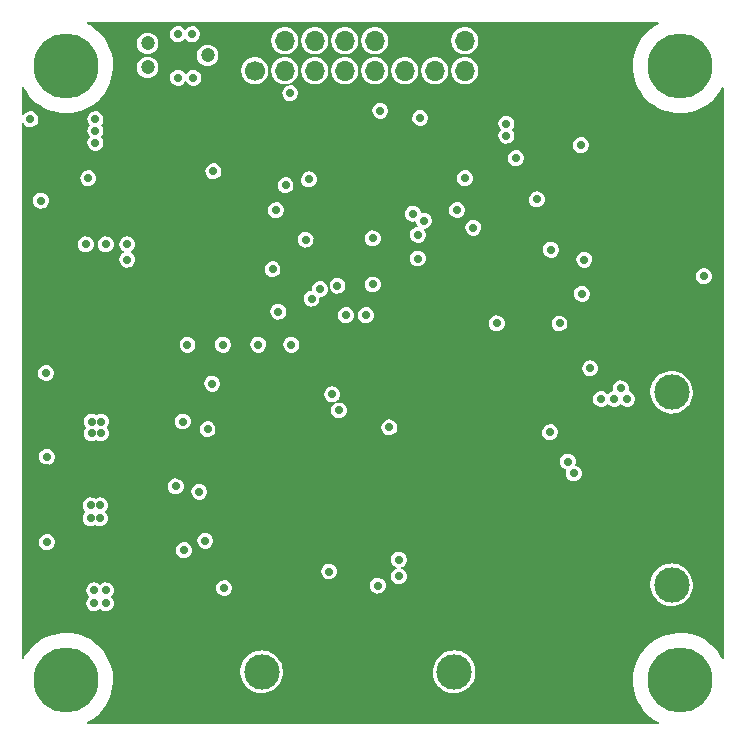
<source format=gbr>
G04 #@! TF.GenerationSoftware,KiCad,Pcbnew,5.99.0-unknown-dd374e12a~102~ubuntu20.04.1*
G04 #@! TF.CreationDate,2020-12-05T09:27:28-08:00*
G04 #@! TF.ProjectId,BLDC,424c4443-2e6b-4696-9361-645f70636258,rev?*
G04 #@! TF.SameCoordinates,Original*
G04 #@! TF.FileFunction,Copper,L3,Inr*
G04 #@! TF.FilePolarity,Positive*
%FSLAX46Y46*%
G04 Gerber Fmt 4.6, Leading zero omitted, Abs format (unit mm)*
G04 Created by KiCad (PCBNEW 5.99.0-unknown-dd374e12a~102~ubuntu20.04.1) date 2020-12-05 09:27:28*
%MOMM*%
%LPD*%
G01*
G04 APERTURE LIST*
G04 #@! TA.AperFunction,ComponentPad*
%ADD10C,5.500000*%
G04 #@! TD*
G04 #@! TA.AperFunction,ComponentPad*
%ADD11C,3.000000*%
G04 #@! TD*
G04 #@! TA.AperFunction,ComponentPad*
%ADD12C,0.800000*%
G04 #@! TD*
G04 #@! TA.AperFunction,ComponentPad*
%ADD13C,1.700000*%
G04 #@! TD*
G04 #@! TA.AperFunction,ComponentPad*
%ADD14O,1.700000X1.700000*%
G04 #@! TD*
G04 #@! TA.AperFunction,ComponentPad*
%ADD15C,1.200000*%
G04 #@! TD*
G04 #@! TA.AperFunction,ViaPad*
%ADD16C,0.740000*%
G04 #@! TD*
G04 #@! TA.AperFunction,ViaPad*
%ADD17C,0.736700*%
G04 #@! TD*
G04 APERTURE END LIST*
D10*
X122500000Y-131000000D03*
D11*
X173790000Y-122920000D03*
X173790000Y-106620000D03*
X139080000Y-130290000D03*
X155380000Y-130290000D03*
D12*
X121530000Y-88130000D03*
X122630000Y-88130000D03*
D13*
X138500000Y-79400000D03*
D14*
X138500000Y-76860000D03*
X141040000Y-79400000D03*
X141040000Y-76860000D03*
X143580000Y-79400000D03*
X143580000Y-76860000D03*
X146120000Y-79400000D03*
X146120000Y-76860000D03*
X148660000Y-79400000D03*
X148660000Y-76860000D03*
X151200000Y-79400000D03*
X151200000Y-76860000D03*
X153740000Y-79400000D03*
X153740000Y-76860000D03*
X156280000Y-79400000D03*
X156280000Y-76860000D03*
D15*
X129420000Y-79116000D03*
X134500000Y-78100000D03*
X129420000Y-77084000D03*
D10*
X174500000Y-79000000D03*
X174500000Y-131000000D03*
X122500000Y-79000000D03*
D16*
X140300000Y-91200000D03*
X132000000Y-76300000D03*
X143100000Y-88600000D03*
X141100000Y-89100000D03*
X133300000Y-80000000D03*
X148500000Y-93600000D03*
D17*
X148500000Y-97500000D03*
D16*
X132000000Y-80000000D03*
X125000000Y-84500000D03*
X159800000Y-84900000D03*
X125000000Y-85500000D03*
X125000000Y-83500000D03*
X159800000Y-83900000D03*
X142800000Y-93700000D03*
D17*
X164300000Y-100800000D03*
X152300000Y-93300000D03*
X155600000Y-91200000D03*
X151900000Y-91500000D03*
X152800000Y-92100000D03*
X157000000Y-92700000D03*
X168900000Y-107200000D03*
X143300000Y-98700000D03*
X170000000Y-107200000D03*
X145500000Y-97600000D03*
X169500000Y-106300000D03*
X144000000Y-97900000D03*
D16*
X160600000Y-86800000D03*
D17*
X124400000Y-88500000D03*
X120400000Y-90400000D03*
X140000000Y-112000000D03*
X140000000Y-116000000D03*
X142000000Y-116000000D03*
X142000000Y-112000000D03*
X140000000Y-114000000D03*
X168900000Y-116700000D03*
X130300000Y-133900000D03*
X130300000Y-132200000D03*
X170200000Y-117800000D03*
X143100000Y-124100000D03*
X145300000Y-124100000D03*
X161800000Y-107000000D03*
X160800000Y-132100000D03*
X138900000Y-104200000D03*
X136200000Y-104200000D03*
X138900000Y-105400000D03*
X142250000Y-106800000D03*
X150400000Y-97200000D03*
X166800000Y-92200000D03*
X166800000Y-91000000D03*
X166800000Y-89800000D03*
X148500000Y-104400000D03*
D16*
X130800000Y-111600000D03*
D17*
X119500000Y-85700000D03*
X146800000Y-104400000D03*
D16*
X143000000Y-94700000D03*
D17*
X168900000Y-118800000D03*
X127800000Y-96900000D03*
X161800000Y-109200000D03*
X127100000Y-91200000D03*
X134500000Y-111800000D03*
X161800000Y-104500000D03*
D16*
X172400000Y-97800000D03*
D17*
X130700000Y-103200000D03*
X125700000Y-91200000D03*
X152300000Y-96300000D03*
X167600000Y-118800000D03*
D16*
X130800000Y-76300000D03*
D17*
X166300000Y-118800000D03*
X166300000Y-116700000D03*
X146800000Y-82300000D03*
X164500000Y-133900000D03*
D16*
X173200000Y-100600000D03*
X170500000Y-94800000D03*
D17*
X145300000Y-125500000D03*
D16*
X159500000Y-86700000D03*
X127700000Y-113400000D03*
D17*
X150200000Y-106100000D03*
X134600000Y-112700000D03*
D16*
X130800000Y-118100000D03*
D17*
X160800000Y-133900000D03*
X145300000Y-126800000D03*
D16*
X120800000Y-106000000D03*
D17*
X133700000Y-132200000D03*
X124300000Y-91200000D03*
X165600000Y-115100000D03*
D16*
X171600000Y-100600000D03*
D17*
X144200000Y-126800000D03*
X164800000Y-92200000D03*
X170200000Y-118800000D03*
X146800000Y-106100000D03*
D16*
X120900000Y-120335000D03*
X136700000Y-93700000D03*
D17*
X139900000Y-83100000D03*
X124300000Y-92700000D03*
X120600000Y-96800000D03*
X138900000Y-106600000D03*
X143100000Y-125500000D03*
D16*
X140300000Y-88400000D03*
D17*
X125900000Y-96900000D03*
X150115000Y-82800000D03*
X142000000Y-114000000D03*
X150200000Y-104400000D03*
X143100000Y-126800000D03*
X129100000Y-103200000D03*
D16*
X145100000Y-89600000D03*
X166599999Y-84699999D03*
D17*
X138000000Y-112000000D03*
D16*
X134600000Y-117100000D03*
D17*
X135000000Y-88900000D03*
X133700000Y-133900000D03*
D16*
X162400000Y-87500000D03*
X137100000Y-123200000D03*
D17*
X164800000Y-91000000D03*
X142250000Y-105800000D03*
D16*
X142400000Y-97800000D03*
D17*
X145300000Y-122900000D03*
D16*
X172400000Y-90900000D03*
X152100000Y-120800000D03*
X120900000Y-113017803D03*
D17*
X164500000Y-132100000D03*
X132400000Y-107200000D03*
X140000000Y-118000000D03*
X166300000Y-117800000D03*
D16*
X142200000Y-86400000D03*
X171600000Y-99000000D03*
D17*
X164800000Y-89800000D03*
X132500000Y-121500000D03*
D16*
X146500000Y-114700000D03*
D17*
X141500000Y-99800000D03*
X167600000Y-116700000D03*
D16*
X146500000Y-90100000D03*
D17*
X125000000Y-98300000D03*
X147100000Y-109500000D03*
X170200000Y-116700000D03*
X142000000Y-118000000D03*
D16*
X164400000Y-86600000D03*
X152300000Y-86300000D03*
D17*
X138000000Y-117800000D03*
D16*
X171300000Y-92900000D03*
D17*
X143100000Y-123100000D03*
X131700000Y-113200000D03*
X159900000Y-104500000D03*
X145800000Y-109500000D03*
X153300000Y-95200000D03*
X131800000Y-114600000D03*
X133800000Y-115050000D03*
X132400000Y-109100000D03*
X132500000Y-120000000D03*
X134500000Y-109750000D03*
X134300000Y-119200000D03*
D16*
X176500000Y-96800000D03*
D17*
X144800000Y-121800000D03*
X134900000Y-105900000D03*
X145050000Y-106800000D03*
D16*
X166100000Y-85700000D03*
D17*
X138800000Y-102600000D03*
X135900000Y-123200000D03*
X141600000Y-102600000D03*
X135800000Y-102600000D03*
X132800000Y-102600000D03*
X145600000Y-108150000D03*
D16*
X166200000Y-98300000D03*
D17*
X125900000Y-94100000D03*
D16*
X152500000Y-83400000D03*
D17*
X149115000Y-82800000D03*
X140500000Y-99800000D03*
X127700000Y-95400000D03*
X135000000Y-87900000D03*
D16*
X133200000Y-76300000D03*
X119500000Y-83500000D03*
D17*
X149900000Y-109600000D03*
X141500000Y-81300000D03*
D16*
X120800000Y-105000000D03*
X120900000Y-112100000D03*
X140000000Y-96200000D03*
D17*
X152300000Y-95300000D03*
X163500000Y-110000000D03*
X124200000Y-94100000D03*
D16*
X156300000Y-88500000D03*
D17*
X166900000Y-104600000D03*
D16*
X120900000Y-119317187D03*
D17*
X127700000Y-94100000D03*
D16*
X162400000Y-90300000D03*
D17*
X148900000Y-123000000D03*
X165500000Y-113500000D03*
X150700000Y-122200000D03*
X165000000Y-112500000D03*
X146200000Y-100100000D03*
D16*
X159000000Y-100800000D03*
X150700000Y-120800000D03*
X147900000Y-100100000D03*
X167800000Y-107200000D03*
X125900000Y-124500000D03*
X124900000Y-124500000D03*
X124900000Y-123400000D03*
X125900000Y-123400000D03*
X124600000Y-117300000D03*
X125400000Y-116200000D03*
X124600000Y-116200000D03*
X125400000Y-117300000D03*
X125500000Y-109100000D03*
X124700000Y-110100000D03*
X124700000Y-109100000D03*
X125500000Y-110100000D03*
X166400000Y-95410000D03*
X163560000Y-94560000D03*
G04 #@! TA.AperFunction,Conductor*
G36*
X172720064Y-75318744D02*
G01*
X172738809Y-75363999D01*
X172700841Y-75422465D01*
X172691141Y-75426784D01*
X172691115Y-75426797D01*
X172345202Y-75624102D01*
X172345177Y-75624118D01*
X172020549Y-75854818D01*
X172020539Y-75854825D01*
X171720430Y-76116628D01*
X171720415Y-76116643D01*
X171447796Y-76406953D01*
X171205343Y-76722922D01*
X170995479Y-77061399D01*
X170995475Y-77061405D01*
X170820260Y-77419064D01*
X170681437Y-77792347D01*
X170580374Y-78177577D01*
X170518072Y-78570937D01*
X170518071Y-78570938D01*
X170495146Y-78968544D01*
X170511823Y-79366461D01*
X170567940Y-79760755D01*
X170662938Y-80147518D01*
X170662940Y-80147527D01*
X170795882Y-80522945D01*
X170965460Y-80883315D01*
X171169968Y-81225026D01*
X171169985Y-81225050D01*
X171407432Y-81544773D01*
X171407438Y-81544780D01*
X171675482Y-81839357D01*
X171971430Y-82105829D01*
X171971459Y-82105853D01*
X172292418Y-82341621D01*
X172635225Y-82544357D01*
X172996462Y-82712037D01*
X172996470Y-82712040D01*
X173372579Y-82843016D01*
X173759850Y-82935991D01*
X174154428Y-82990041D01*
X174154432Y-82990042D01*
X174552428Y-83004635D01*
X174949902Y-82979628D01*
X175342944Y-82915264D01*
X175727618Y-82812190D01*
X175727646Y-82812181D01*
X176100169Y-82671417D01*
X176100171Y-82671417D01*
X176456915Y-82494328D01*
X176456917Y-82494327D01*
X176794301Y-82282686D01*
X177108990Y-82038588D01*
X177397871Y-81764451D01*
X177397881Y-81764440D01*
X177658114Y-81462958D01*
X177658116Y-81462956D01*
X177887119Y-81137117D01*
X178080243Y-80794379D01*
X178118790Y-80764155D01*
X178167419Y-80770039D01*
X178200001Y-80825797D01*
X178200000Y-129179546D01*
X178181255Y-129224801D01*
X178136000Y-129243546D01*
X178079756Y-129210084D01*
X177920277Y-128916359D01*
X177920267Y-128916344D01*
X177696417Y-128586959D01*
X177696416Y-128586959D01*
X177440940Y-128281413D01*
X177440934Y-128281407D01*
X177156404Y-128002774D01*
X176845571Y-127753750D01*
X176511564Y-127536843D01*
X176157662Y-127354179D01*
X175787357Y-127207566D01*
X175404335Y-127098458D01*
X175012350Y-127027930D01*
X174615323Y-126996683D01*
X174217137Y-127005023D01*
X173821765Y-127052869D01*
X173433078Y-127139751D01*
X173054965Y-127264800D01*
X173054959Y-127264802D01*
X172691132Y-127426789D01*
X172691115Y-127426797D01*
X172345202Y-127624102D01*
X172345177Y-127624118D01*
X172020549Y-127854818D01*
X172020539Y-127854825D01*
X171720430Y-128116628D01*
X171720415Y-128116643D01*
X171447796Y-128406953D01*
X171205343Y-128722922D01*
X170995479Y-129061399D01*
X170995475Y-129061405D01*
X170820260Y-129419064D01*
X170681437Y-129792347D01*
X170580374Y-130177577D01*
X170518072Y-130570937D01*
X170518071Y-130570938D01*
X170495146Y-130968544D01*
X170511823Y-131366461D01*
X170567940Y-131760755D01*
X170662938Y-132147518D01*
X170662940Y-132147527D01*
X170795882Y-132522945D01*
X170965460Y-132883315D01*
X171169968Y-133225026D01*
X171169985Y-133225050D01*
X171407432Y-133544773D01*
X171407438Y-133544780D01*
X171675482Y-133839357D01*
X171971430Y-134105829D01*
X171971459Y-134105853D01*
X172292418Y-134341621D01*
X172635225Y-134544357D01*
X172707594Y-134577949D01*
X172740750Y-134614006D01*
X172738699Y-134662946D01*
X172680648Y-134700000D01*
X124315457Y-134700000D01*
X124270202Y-134681255D01*
X124251457Y-134636000D01*
X124287000Y-134578674D01*
X124456915Y-134494328D01*
X124456917Y-134494327D01*
X124794301Y-134282686D01*
X125108990Y-134038588D01*
X125397871Y-133764451D01*
X125397881Y-133764440D01*
X125658114Y-133462958D01*
X125658116Y-133462956D01*
X125887119Y-133137117D01*
X126082632Y-132790139D01*
X126242714Y-132425462D01*
X126365785Y-132046689D01*
X126450627Y-131657562D01*
X126496404Y-131261930D01*
X126500024Y-130800877D01*
X126460468Y-130404569D01*
X126460465Y-130404551D01*
X126454830Y-130376601D01*
X137277032Y-130376601D01*
X137309635Y-130642144D01*
X137309636Y-130642149D01*
X137381130Y-130899948D01*
X137381133Y-130899958D01*
X137489948Y-131144358D01*
X137489953Y-131144368D01*
X137633697Y-131370001D01*
X137633702Y-131370008D01*
X137809219Y-131571916D01*
X137809221Y-131571918D01*
X138012662Y-131745673D01*
X138239547Y-131887445D01*
X138484897Y-131994127D01*
X138743310Y-132063368D01*
X139009141Y-132093655D01*
X139276506Y-132084318D01*
X139276519Y-132084317D01*
X139539563Y-132035565D01*
X139792524Y-131948464D01*
X140029845Y-131824923D01*
X140029847Y-131824922D01*
X140246278Y-131667675D01*
X140246281Y-131667672D01*
X140437100Y-131480156D01*
X140437111Y-131480144D01*
X140598111Y-131266489D01*
X140598118Y-131266479D01*
X140725773Y-131031366D01*
X140817276Y-130779968D01*
X140817279Y-130779958D01*
X140870616Y-130517795D01*
X140870616Y-130517792D01*
X140874312Y-130376601D01*
X153577032Y-130376601D01*
X153609635Y-130642144D01*
X153609636Y-130642149D01*
X153681130Y-130899948D01*
X153681133Y-130899958D01*
X153789948Y-131144358D01*
X153789953Y-131144368D01*
X153933697Y-131370001D01*
X153933702Y-131370008D01*
X154109219Y-131571916D01*
X154109221Y-131571918D01*
X154312662Y-131745673D01*
X154539547Y-131887445D01*
X154784897Y-131994127D01*
X155043310Y-132063368D01*
X155309141Y-132093655D01*
X155576506Y-132084318D01*
X155576519Y-132084317D01*
X155839563Y-132035565D01*
X156092524Y-131948464D01*
X156329845Y-131824923D01*
X156329847Y-131824922D01*
X156546278Y-131667675D01*
X156546281Y-131667672D01*
X156737100Y-131480156D01*
X156737111Y-131480144D01*
X156898111Y-131266489D01*
X156898118Y-131266479D01*
X157025773Y-131031366D01*
X157117276Y-130779968D01*
X157117279Y-130779958D01*
X157170616Y-130517795D01*
X157170616Y-130517792D01*
X157180083Y-130156234D01*
X157180082Y-130156228D01*
X157140539Y-129891630D01*
X157140537Y-129891623D01*
X157062318Y-129635782D01*
X157062318Y-129635781D01*
X156947141Y-129394307D01*
X156947137Y-129394301D01*
X156797540Y-129172514D01*
X156797531Y-129172503D01*
X156616783Y-128975251D01*
X156408881Y-128806896D01*
X156408862Y-128806883D01*
X156178358Y-128671106D01*
X155930294Y-128570882D01*
X155670138Y-128508423D01*
X155403627Y-128485108D01*
X155136591Y-128501440D01*
X155136579Y-128501441D01*
X154874907Y-128557062D01*
X154874887Y-128557068D01*
X154624302Y-128650758D01*
X154624298Y-128650760D01*
X154390305Y-128780465D01*
X154178053Y-128943331D01*
X153992204Y-129135784D01*
X153836848Y-129353584D01*
X153836840Y-129353597D01*
X153715388Y-129591959D01*
X153715386Y-129591964D01*
X153630494Y-129845681D01*
X153584035Y-130109159D01*
X153584035Y-130109161D01*
X153577032Y-130376601D01*
X140874312Y-130376601D01*
X140880083Y-130156234D01*
X140880082Y-130156228D01*
X140840539Y-129891630D01*
X140840537Y-129891623D01*
X140762318Y-129635782D01*
X140762318Y-129635781D01*
X140647141Y-129394307D01*
X140647137Y-129394301D01*
X140497540Y-129172514D01*
X140497531Y-129172503D01*
X140316783Y-128975251D01*
X140108881Y-128806896D01*
X140108862Y-128806883D01*
X139878358Y-128671106D01*
X139630294Y-128570882D01*
X139370138Y-128508423D01*
X139103627Y-128485108D01*
X138836591Y-128501440D01*
X138836579Y-128501441D01*
X138574907Y-128557062D01*
X138574887Y-128557068D01*
X138324302Y-128650758D01*
X138324298Y-128650760D01*
X138090305Y-128780465D01*
X137878053Y-128943331D01*
X137692204Y-129135784D01*
X137536848Y-129353584D01*
X137536840Y-129353597D01*
X137415388Y-129591959D01*
X137415386Y-129591964D01*
X137330494Y-129845681D01*
X137284035Y-130109159D01*
X137284035Y-130109161D01*
X137277032Y-130376601D01*
X126454830Y-130376601D01*
X126381753Y-130014181D01*
X126381748Y-130014160D01*
X126264643Y-129633506D01*
X126264640Y-129633498D01*
X126110307Y-129266352D01*
X125920277Y-128916359D01*
X125920267Y-128916344D01*
X125696417Y-128586959D01*
X125696416Y-128586959D01*
X125440940Y-128281413D01*
X125440934Y-128281407D01*
X125156404Y-128002774D01*
X124845571Y-127753750D01*
X124511564Y-127536843D01*
X124157662Y-127354179D01*
X123787357Y-127207566D01*
X123404335Y-127098458D01*
X123012350Y-127027930D01*
X122615323Y-126996683D01*
X122217137Y-127005023D01*
X121821765Y-127052869D01*
X121433078Y-127139751D01*
X121054965Y-127264800D01*
X121054959Y-127264802D01*
X120691132Y-127426789D01*
X120691115Y-127426797D01*
X120345202Y-127624102D01*
X120345177Y-127624118D01*
X120020549Y-127854818D01*
X120020539Y-127854825D01*
X119720430Y-128116628D01*
X119720415Y-128116643D01*
X119447796Y-128406953D01*
X119205343Y-128722922D01*
X118995479Y-129061399D01*
X118995475Y-129061405D01*
X118921474Y-129212460D01*
X118884731Y-129244853D01*
X118835844Y-129241778D01*
X118800000Y-129184304D01*
X118800000Y-123394679D01*
X124222454Y-123394679D01*
X124250842Y-123594143D01*
X124336624Y-123776435D01*
X124456103Y-123907742D01*
X124472696Y-123953830D01*
X124455421Y-123994626D01*
X124342606Y-124114761D01*
X124253971Y-124295689D01*
X124253970Y-124295693D01*
X124222454Y-124494679D01*
X124250842Y-124694143D01*
X124336622Y-124876433D01*
X124472217Y-125025450D01*
X124645628Y-125128006D01*
X124645632Y-125128007D01*
X124841537Y-125175040D01*
X125042610Y-125162388D01*
X125042618Y-125162387D01*
X125231073Y-125091176D01*
X125231073Y-125091175D01*
X125360752Y-124990586D01*
X125407999Y-124977661D01*
X125447315Y-124998084D01*
X125472214Y-125025448D01*
X125472217Y-125025450D01*
X125645628Y-125128006D01*
X125645632Y-125128007D01*
X125841537Y-125175040D01*
X126042610Y-125162388D01*
X126042618Y-125162387D01*
X126231073Y-125091176D01*
X126231073Y-125091175D01*
X126390266Y-124967692D01*
X126506114Y-124802857D01*
X126568371Y-124611249D01*
X126568372Y-124611247D01*
X126570037Y-124399267D01*
X126570037Y-124399264D01*
X126510795Y-124206699D01*
X126397555Y-124040069D01*
X126397553Y-124040068D01*
X126348009Y-124000376D01*
X126324411Y-123957452D01*
X126348798Y-123899858D01*
X126390266Y-123867692D01*
X126506114Y-123702857D01*
X126568371Y-123511249D01*
X126568372Y-123511247D01*
X126570037Y-123299267D01*
X126570037Y-123299264D01*
X126537866Y-123194692D01*
X135224122Y-123194692D01*
X135252440Y-123393665D01*
X135338010Y-123575508D01*
X135473267Y-123724155D01*
X135473270Y-123724157D01*
X135646252Y-123826458D01*
X135646258Y-123826461D01*
X135841681Y-123873378D01*
X136042261Y-123860758D01*
X136042260Y-123860758D01*
X136230257Y-123789720D01*
X136230258Y-123789719D01*
X136389059Y-123666541D01*
X136504622Y-123502111D01*
X136566726Y-123310975D01*
X136566727Y-123310974D01*
X136568387Y-123099515D01*
X136568387Y-123099512D01*
X136536141Y-122994692D01*
X148224122Y-122994692D01*
X148252440Y-123193665D01*
X148338010Y-123375508D01*
X148473267Y-123524155D01*
X148473270Y-123524157D01*
X148646252Y-123626458D01*
X148646258Y-123626461D01*
X148841681Y-123673378D01*
X149042261Y-123660758D01*
X149042260Y-123660758D01*
X149230257Y-123589720D01*
X149230258Y-123589719D01*
X149389059Y-123466541D01*
X149504622Y-123302111D01*
X149566726Y-123110975D01*
X149566727Y-123110974D01*
X149567546Y-123006601D01*
X171987032Y-123006601D01*
X172019635Y-123272144D01*
X172019636Y-123272149D01*
X172091130Y-123529948D01*
X172091133Y-123529958D01*
X172199948Y-123774358D01*
X172199953Y-123774368D01*
X172343697Y-124000001D01*
X172343702Y-124000008D01*
X172519219Y-124201916D01*
X172519221Y-124201918D01*
X172722662Y-124375673D01*
X172949547Y-124517445D01*
X173194897Y-124624127D01*
X173453310Y-124693368D01*
X173719141Y-124723655D01*
X173986506Y-124714318D01*
X173986519Y-124714317D01*
X174249563Y-124665565D01*
X174502524Y-124578464D01*
X174739845Y-124454923D01*
X174739847Y-124454922D01*
X174956278Y-124297675D01*
X174956281Y-124297672D01*
X175147100Y-124110156D01*
X175147111Y-124110144D01*
X175308111Y-123896489D01*
X175308118Y-123896479D01*
X175435773Y-123661366D01*
X175527276Y-123409968D01*
X175527279Y-123409958D01*
X175580616Y-123147795D01*
X175580616Y-123147792D01*
X175590083Y-122786234D01*
X175590082Y-122786228D01*
X175550539Y-122521630D01*
X175550537Y-122521623D01*
X175472318Y-122265782D01*
X175472318Y-122265781D01*
X175357141Y-122024307D01*
X175357137Y-122024301D01*
X175207540Y-121802514D01*
X175207531Y-121802503D01*
X175026783Y-121605251D01*
X174818881Y-121436896D01*
X174818862Y-121436883D01*
X174588358Y-121301106D01*
X174340294Y-121200882D01*
X174080138Y-121138423D01*
X173813627Y-121115108D01*
X173546591Y-121131440D01*
X173546579Y-121131441D01*
X173284907Y-121187062D01*
X173284887Y-121187068D01*
X173034302Y-121280758D01*
X173034298Y-121280760D01*
X172800305Y-121410465D01*
X172588053Y-121573331D01*
X172402204Y-121765784D01*
X172246848Y-121983584D01*
X172246840Y-121983597D01*
X172125388Y-122221959D01*
X172125386Y-122221964D01*
X172040494Y-122475681D01*
X171994035Y-122739159D01*
X171994035Y-122739161D01*
X171987032Y-123006601D01*
X149567546Y-123006601D01*
X149568387Y-122899515D01*
X149568387Y-122899512D01*
X149509292Y-122707421D01*
X149396330Y-122541201D01*
X149396327Y-122541199D01*
X149239482Y-122415541D01*
X149052621Y-122341558D01*
X148852265Y-122325789D01*
X148656126Y-122369631D01*
X148481558Y-122469204D01*
X148481555Y-122469206D01*
X148343979Y-122615708D01*
X148255561Y-122796192D01*
X148255560Y-122796197D01*
X148224122Y-122994692D01*
X136536141Y-122994692D01*
X136509292Y-122907421D01*
X136396330Y-122741201D01*
X136396327Y-122741199D01*
X136239482Y-122615541D01*
X136052621Y-122541558D01*
X135852265Y-122525789D01*
X135656126Y-122569631D01*
X135481558Y-122669204D01*
X135481555Y-122669206D01*
X135343979Y-122815708D01*
X135255561Y-122996192D01*
X135255560Y-122996197D01*
X135224122Y-123194692D01*
X126537866Y-123194692D01*
X126510795Y-123106699D01*
X126397555Y-122940069D01*
X126397552Y-122940067D01*
X126240320Y-122814099D01*
X126052997Y-122739933D01*
X125852147Y-122724125D01*
X125655523Y-122768076D01*
X125655521Y-122768077D01*
X125480527Y-122867892D01*
X125480522Y-122867896D01*
X125446723Y-122903888D01*
X125402079Y-122924045D01*
X125360053Y-122910024D01*
X125240320Y-122814099D01*
X125052997Y-122739933D01*
X124852147Y-122724125D01*
X124655523Y-122768076D01*
X124655521Y-122768077D01*
X124480527Y-122867892D01*
X124480522Y-122867896D01*
X124342606Y-123014761D01*
X124253971Y-123195689D01*
X124253970Y-123195693D01*
X124222454Y-123394679D01*
X118800000Y-123394679D01*
X118800000Y-121794692D01*
X144124122Y-121794692D01*
X144152440Y-121993665D01*
X144238010Y-122175508D01*
X144373267Y-122324155D01*
X144373270Y-122324157D01*
X144546252Y-122426458D01*
X144546258Y-122426461D01*
X144741681Y-122473378D01*
X144942261Y-122460758D01*
X144942260Y-122460758D01*
X145130257Y-122389720D01*
X145130258Y-122389719D01*
X145289059Y-122266541D01*
X145404622Y-122102111D01*
X145466726Y-121910975D01*
X145466727Y-121910974D01*
X145468387Y-121699515D01*
X145468387Y-121699512D01*
X145409292Y-121507421D01*
X145296330Y-121341201D01*
X145296327Y-121341199D01*
X145139482Y-121215541D01*
X144952621Y-121141558D01*
X144752265Y-121125789D01*
X144556126Y-121169631D01*
X144381558Y-121269204D01*
X144381555Y-121269206D01*
X144243979Y-121415708D01*
X144155561Y-121596192D01*
X144155560Y-121596197D01*
X144124122Y-121794692D01*
X118800000Y-121794692D01*
X118800000Y-120794679D01*
X150022454Y-120794679D01*
X150050842Y-120994143D01*
X150136622Y-121176433D01*
X150272217Y-121325450D01*
X150445628Y-121428006D01*
X150445630Y-121428007D01*
X150487688Y-121438104D01*
X150527316Y-121466896D01*
X150534979Y-121515277D01*
X150486708Y-121562795D01*
X150456126Y-121569631D01*
X150281558Y-121669204D01*
X150281555Y-121669206D01*
X150143979Y-121815708D01*
X150055561Y-121996192D01*
X150055560Y-121996197D01*
X150024122Y-122194692D01*
X150052440Y-122393665D01*
X150138010Y-122575508D01*
X150273267Y-122724155D01*
X150273270Y-122724157D01*
X150446252Y-122826458D01*
X150446258Y-122826461D01*
X150641681Y-122873378D01*
X150842261Y-122860758D01*
X150842260Y-122860758D01*
X151030257Y-122789720D01*
X151030258Y-122789719D01*
X151189059Y-122666541D01*
X151304622Y-122502111D01*
X151366726Y-122310975D01*
X151366727Y-122310974D01*
X151368387Y-122099515D01*
X151368387Y-122099512D01*
X151309292Y-121907421D01*
X151196330Y-121741201D01*
X151196327Y-121741199D01*
X151039482Y-121615541D01*
X150899234Y-121560013D01*
X150864058Y-121525924D01*
X150863288Y-121476947D01*
X150900172Y-121440639D01*
X151031072Y-121391176D01*
X151031073Y-121391175D01*
X151190266Y-121267692D01*
X151306114Y-121102857D01*
X151368371Y-120911249D01*
X151368372Y-120911247D01*
X151370037Y-120699267D01*
X151370037Y-120699264D01*
X151310795Y-120506699D01*
X151197555Y-120340069D01*
X151197552Y-120340067D01*
X151040320Y-120214099D01*
X150852997Y-120139933D01*
X150652147Y-120124125D01*
X150455523Y-120168076D01*
X150455521Y-120168077D01*
X150280527Y-120267892D01*
X150280522Y-120267896D01*
X150142606Y-120414761D01*
X150053971Y-120595689D01*
X150053970Y-120595693D01*
X150022454Y-120794679D01*
X118800000Y-120794679D01*
X118800000Y-119994692D01*
X131824122Y-119994692D01*
X131852440Y-120193665D01*
X131938010Y-120375508D01*
X132073267Y-120524155D01*
X132073270Y-120524157D01*
X132246252Y-120626458D01*
X132246258Y-120626461D01*
X132441681Y-120673378D01*
X132642261Y-120660758D01*
X132642260Y-120660758D01*
X132830257Y-120589720D01*
X132830258Y-120589719D01*
X132989059Y-120466541D01*
X133104622Y-120302111D01*
X133166726Y-120110975D01*
X133166727Y-120110974D01*
X133168387Y-119899515D01*
X133168387Y-119899512D01*
X133109292Y-119707421D01*
X132996330Y-119541201D01*
X132996327Y-119541199D01*
X132839482Y-119415541D01*
X132652621Y-119341558D01*
X132452265Y-119325789D01*
X132256126Y-119369631D01*
X132081558Y-119469204D01*
X132081555Y-119469206D01*
X131943979Y-119615708D01*
X131855561Y-119796192D01*
X131855560Y-119796197D01*
X131824122Y-119994692D01*
X118800000Y-119994692D01*
X118800000Y-119311866D01*
X120222454Y-119311866D01*
X120250842Y-119511330D01*
X120336622Y-119693620D01*
X120472217Y-119842637D01*
X120645628Y-119945193D01*
X120645632Y-119945194D01*
X120841537Y-119992227D01*
X121042610Y-119979575D01*
X121042618Y-119979574D01*
X121231073Y-119908363D01*
X121231073Y-119908362D01*
X121390266Y-119784879D01*
X121506114Y-119620044D01*
X121568371Y-119428436D01*
X121568372Y-119428434D01*
X121570037Y-119216454D01*
X121570037Y-119216451D01*
X121563343Y-119194692D01*
X133624122Y-119194692D01*
X133652440Y-119393665D01*
X133738010Y-119575508D01*
X133873267Y-119724155D01*
X133873270Y-119724157D01*
X134046252Y-119826458D01*
X134046258Y-119826461D01*
X134241681Y-119873378D01*
X134442261Y-119860758D01*
X134442260Y-119860758D01*
X134630257Y-119789720D01*
X134630258Y-119789719D01*
X134789059Y-119666541D01*
X134904622Y-119502111D01*
X134966726Y-119310975D01*
X134966727Y-119310974D01*
X134968387Y-119099515D01*
X134968387Y-119099512D01*
X134909292Y-118907421D01*
X134796330Y-118741201D01*
X134796327Y-118741199D01*
X134639482Y-118615541D01*
X134452621Y-118541558D01*
X134252265Y-118525789D01*
X134056126Y-118569631D01*
X133881558Y-118669204D01*
X133881555Y-118669206D01*
X133743979Y-118815708D01*
X133655561Y-118996192D01*
X133655560Y-118996197D01*
X133624122Y-119194692D01*
X121563343Y-119194692D01*
X121510795Y-119023886D01*
X121397555Y-118857256D01*
X121397552Y-118857254D01*
X121240320Y-118731286D01*
X121052997Y-118657120D01*
X120852147Y-118641312D01*
X120655523Y-118685263D01*
X120655521Y-118685264D01*
X120480527Y-118785079D01*
X120480522Y-118785083D01*
X120342606Y-118931948D01*
X120253971Y-119112876D01*
X120253970Y-119112880D01*
X120222454Y-119311866D01*
X118800000Y-119311866D01*
X118800000Y-116194679D01*
X123922454Y-116194679D01*
X123950842Y-116394143D01*
X124036624Y-116576435D01*
X124156103Y-116707742D01*
X124172696Y-116753830D01*
X124155421Y-116794626D01*
X124042606Y-116914761D01*
X123953971Y-117095689D01*
X123953970Y-117095693D01*
X123922454Y-117294679D01*
X123950842Y-117494143D01*
X124036622Y-117676433D01*
X124172217Y-117825450D01*
X124345628Y-117928006D01*
X124345632Y-117928007D01*
X124541537Y-117975040D01*
X124742610Y-117962388D01*
X124742618Y-117962387D01*
X124931071Y-117891176D01*
X124931072Y-117891175D01*
X124962580Y-117866735D01*
X125009828Y-117853810D01*
X125034385Y-117862217D01*
X125145630Y-117928006D01*
X125145632Y-117928007D01*
X125341537Y-117975040D01*
X125542610Y-117962388D01*
X125542618Y-117962387D01*
X125731073Y-117891176D01*
X125731073Y-117891175D01*
X125890266Y-117767692D01*
X126006114Y-117602857D01*
X126068371Y-117411249D01*
X126068372Y-117411247D01*
X126070037Y-117199267D01*
X126070037Y-117199264D01*
X126010795Y-117006699D01*
X125897555Y-116840069D01*
X125897553Y-116840068D01*
X125848009Y-116800376D01*
X125824411Y-116757452D01*
X125848798Y-116699858D01*
X125890266Y-116667692D01*
X126006114Y-116502857D01*
X126068371Y-116311249D01*
X126068372Y-116311247D01*
X126070037Y-116099267D01*
X126070037Y-116099264D01*
X126010795Y-115906699D01*
X125897555Y-115740069D01*
X125897552Y-115740067D01*
X125740320Y-115614099D01*
X125552997Y-115539933D01*
X125352147Y-115524125D01*
X125155523Y-115568076D01*
X125155521Y-115568077D01*
X125034042Y-115637367D01*
X124985445Y-115643507D01*
X124962318Y-115631723D01*
X124940320Y-115614099D01*
X124752997Y-115539933D01*
X124552147Y-115524125D01*
X124355523Y-115568076D01*
X124355521Y-115568077D01*
X124180527Y-115667892D01*
X124180522Y-115667896D01*
X124042606Y-115814761D01*
X123953971Y-115995689D01*
X123953970Y-115995693D01*
X123922454Y-116194679D01*
X118800000Y-116194679D01*
X118800000Y-114594692D01*
X131124122Y-114594692D01*
X131152440Y-114793665D01*
X131238010Y-114975508D01*
X131373267Y-115124155D01*
X131373270Y-115124157D01*
X131546252Y-115226458D01*
X131546258Y-115226461D01*
X131741681Y-115273378D01*
X131942261Y-115260758D01*
X131942260Y-115260758D01*
X132130257Y-115189720D01*
X132130258Y-115189719D01*
X132289059Y-115066541D01*
X132304414Y-115044692D01*
X133124122Y-115044692D01*
X133152440Y-115243665D01*
X133238010Y-115425508D01*
X133373267Y-115574155D01*
X133373270Y-115574157D01*
X133546252Y-115676458D01*
X133546258Y-115676461D01*
X133741681Y-115723378D01*
X133942261Y-115710758D01*
X133942260Y-115710758D01*
X134130257Y-115639720D01*
X134130258Y-115639719D01*
X134289059Y-115516541D01*
X134404622Y-115352111D01*
X134466726Y-115160975D01*
X134466727Y-115160974D01*
X134468387Y-114949515D01*
X134468387Y-114949512D01*
X134409292Y-114757421D01*
X134296330Y-114591201D01*
X134296327Y-114591199D01*
X134139482Y-114465541D01*
X133952621Y-114391558D01*
X133752265Y-114375789D01*
X133556126Y-114419631D01*
X133381558Y-114519204D01*
X133381555Y-114519206D01*
X133243979Y-114665708D01*
X133155561Y-114846192D01*
X133155560Y-114846197D01*
X133124122Y-115044692D01*
X132304414Y-115044692D01*
X132404622Y-114902111D01*
X132466726Y-114710975D01*
X132466727Y-114710974D01*
X132468387Y-114499515D01*
X132468387Y-114499512D01*
X132409292Y-114307421D01*
X132296330Y-114141201D01*
X132296327Y-114141199D01*
X132139482Y-114015541D01*
X131952621Y-113941558D01*
X131752265Y-113925789D01*
X131556126Y-113969631D01*
X131381558Y-114069204D01*
X131381555Y-114069206D01*
X131243979Y-114215708D01*
X131155561Y-114396192D01*
X131155560Y-114396197D01*
X131124122Y-114594692D01*
X118800000Y-114594692D01*
X118800000Y-112094679D01*
X120222454Y-112094679D01*
X120250842Y-112294143D01*
X120336622Y-112476433D01*
X120472217Y-112625450D01*
X120645628Y-112728006D01*
X120645632Y-112728007D01*
X120841537Y-112775040D01*
X121042610Y-112762388D01*
X121042618Y-112762387D01*
X121231073Y-112691176D01*
X121231073Y-112691175D01*
X121390266Y-112567692D01*
X121441571Y-112494692D01*
X164324122Y-112494692D01*
X164352440Y-112693665D01*
X164438010Y-112875508D01*
X164573267Y-113024155D01*
X164573270Y-113024157D01*
X164746252Y-113126458D01*
X164746257Y-113126461D01*
X164840781Y-113149154D01*
X164880409Y-113177946D01*
X164883314Y-113239542D01*
X164855561Y-113296192D01*
X164855560Y-113296197D01*
X164824122Y-113494692D01*
X164852440Y-113693665D01*
X164938010Y-113875508D01*
X165073267Y-114024155D01*
X165073270Y-114024157D01*
X165246252Y-114126458D01*
X165246258Y-114126461D01*
X165441681Y-114173378D01*
X165642261Y-114160758D01*
X165642260Y-114160758D01*
X165830257Y-114089720D01*
X165830258Y-114089719D01*
X165989059Y-113966541D01*
X166104622Y-113802111D01*
X166166726Y-113610975D01*
X166166727Y-113610974D01*
X166168387Y-113399515D01*
X166168387Y-113399512D01*
X166109292Y-113207421D01*
X165996330Y-113041201D01*
X165996327Y-113041199D01*
X165839482Y-112915541D01*
X165654617Y-112842348D01*
X165619441Y-112808259D01*
X165617309Y-112763065D01*
X165666726Y-112610975D01*
X165666727Y-112610974D01*
X165668387Y-112399515D01*
X165668387Y-112399512D01*
X165609292Y-112207421D01*
X165496330Y-112041201D01*
X165496327Y-112041199D01*
X165339482Y-111915541D01*
X165152621Y-111841558D01*
X164952265Y-111825789D01*
X164756126Y-111869631D01*
X164581558Y-111969204D01*
X164581555Y-111969206D01*
X164443979Y-112115708D01*
X164355561Y-112296192D01*
X164355560Y-112296197D01*
X164324122Y-112494692D01*
X121441571Y-112494692D01*
X121506114Y-112402857D01*
X121568371Y-112211249D01*
X121568372Y-112211247D01*
X121570037Y-111999267D01*
X121570037Y-111999264D01*
X121510795Y-111806699D01*
X121397555Y-111640069D01*
X121397552Y-111640067D01*
X121240320Y-111514099D01*
X121052997Y-111439933D01*
X120852147Y-111424125D01*
X120655523Y-111468076D01*
X120655521Y-111468077D01*
X120480527Y-111567892D01*
X120480522Y-111567896D01*
X120342606Y-111714761D01*
X120253971Y-111895689D01*
X120253970Y-111895693D01*
X120222454Y-112094679D01*
X118800000Y-112094679D01*
X118800000Y-109094679D01*
X124022454Y-109094679D01*
X124050842Y-109294143D01*
X124136624Y-109476435D01*
X124209890Y-109556953D01*
X124226483Y-109603040D01*
X124209208Y-109643837D01*
X124142607Y-109714759D01*
X124053971Y-109895689D01*
X124053970Y-109895693D01*
X124022454Y-110094679D01*
X124050842Y-110294143D01*
X124136622Y-110476433D01*
X124272217Y-110625450D01*
X124445628Y-110728006D01*
X124445632Y-110728007D01*
X124641537Y-110775040D01*
X124842610Y-110762388D01*
X124842618Y-110762387D01*
X125031071Y-110691176D01*
X125031072Y-110691175D01*
X125062580Y-110666735D01*
X125109828Y-110653810D01*
X125134385Y-110662217D01*
X125245630Y-110728006D01*
X125245632Y-110728007D01*
X125441537Y-110775040D01*
X125642610Y-110762388D01*
X125642618Y-110762387D01*
X125831073Y-110691176D01*
X125831073Y-110691175D01*
X125990266Y-110567692D01*
X126106114Y-110402857D01*
X126168371Y-110211249D01*
X126168372Y-110211247D01*
X126170037Y-109999267D01*
X126170037Y-109999264D01*
X126110795Y-109806699D01*
X125994864Y-109636110D01*
X125996831Y-109634773D01*
X125982649Y-109596327D01*
X125994238Y-109562042D01*
X126106114Y-109402858D01*
X126168371Y-109211249D01*
X126168372Y-109211247D01*
X126169287Y-109094692D01*
X131724122Y-109094692D01*
X131752440Y-109293665D01*
X131838010Y-109475508D01*
X131973267Y-109624155D01*
X131973270Y-109624157D01*
X132146252Y-109726458D01*
X132146258Y-109726461D01*
X132341681Y-109773378D01*
X132542261Y-109760758D01*
X132542260Y-109760758D01*
X132584777Y-109744692D01*
X133824122Y-109744692D01*
X133852440Y-109943665D01*
X133938010Y-110125508D01*
X134073267Y-110274155D01*
X134073270Y-110274157D01*
X134246252Y-110376458D01*
X134246258Y-110376461D01*
X134441681Y-110423378D01*
X134642261Y-110410758D01*
X134642260Y-110410758D01*
X134830257Y-110339720D01*
X134830258Y-110339719D01*
X134989059Y-110216541D01*
X135104622Y-110052111D01*
X135166726Y-109860975D01*
X135166727Y-109860974D01*
X135168387Y-109649515D01*
X135168387Y-109649512D01*
X135151523Y-109594692D01*
X149224122Y-109594692D01*
X149252440Y-109793665D01*
X149338010Y-109975508D01*
X149473267Y-110124155D01*
X149473270Y-110124157D01*
X149646252Y-110226458D01*
X149646258Y-110226461D01*
X149841681Y-110273378D01*
X150042261Y-110260758D01*
X150042260Y-110260758D01*
X150230257Y-110189720D01*
X150230258Y-110189719D01*
X150389059Y-110066541D01*
X150439555Y-109994692D01*
X162824122Y-109994692D01*
X162852440Y-110193665D01*
X162938010Y-110375508D01*
X163073267Y-110524155D01*
X163073270Y-110524157D01*
X163246252Y-110626458D01*
X163246258Y-110626461D01*
X163441681Y-110673378D01*
X163642261Y-110660758D01*
X163642260Y-110660758D01*
X163830257Y-110589720D01*
X163830258Y-110589719D01*
X163989059Y-110466541D01*
X164104622Y-110302111D01*
X164166726Y-110110975D01*
X164166727Y-110110974D01*
X164168387Y-109899515D01*
X164168387Y-109899512D01*
X164109292Y-109707421D01*
X163996330Y-109541201D01*
X163996327Y-109541199D01*
X163839482Y-109415541D01*
X163652621Y-109341558D01*
X163452265Y-109325789D01*
X163256126Y-109369631D01*
X163081558Y-109469204D01*
X163081555Y-109469206D01*
X162943979Y-109615708D01*
X162855561Y-109796192D01*
X162855560Y-109796197D01*
X162824122Y-109994692D01*
X150439555Y-109994692D01*
X150504622Y-109902111D01*
X150566726Y-109710975D01*
X150566727Y-109710974D01*
X150568387Y-109499515D01*
X150568387Y-109499512D01*
X150509292Y-109307421D01*
X150396330Y-109141201D01*
X150396327Y-109141199D01*
X150239482Y-109015541D01*
X150052621Y-108941558D01*
X149852265Y-108925789D01*
X149656126Y-108969631D01*
X149481558Y-109069204D01*
X149481555Y-109069206D01*
X149343979Y-109215708D01*
X149255561Y-109396192D01*
X149255560Y-109396197D01*
X149224122Y-109594692D01*
X135151523Y-109594692D01*
X135109292Y-109457421D01*
X134996330Y-109291201D01*
X134996327Y-109291199D01*
X134839482Y-109165541D01*
X134652621Y-109091558D01*
X134452265Y-109075789D01*
X134256126Y-109119631D01*
X134081558Y-109219204D01*
X134081555Y-109219206D01*
X133943979Y-109365708D01*
X133855561Y-109546192D01*
X133855560Y-109546197D01*
X133824122Y-109744692D01*
X132584777Y-109744692D01*
X132730257Y-109689720D01*
X132730258Y-109689719D01*
X132889059Y-109566541D01*
X133004622Y-109402111D01*
X133066726Y-109210975D01*
X133066727Y-109210974D01*
X133068387Y-108999515D01*
X133068387Y-108999512D01*
X133009292Y-108807421D01*
X132896330Y-108641201D01*
X132896327Y-108641199D01*
X132739482Y-108515541D01*
X132552621Y-108441558D01*
X132352265Y-108425789D01*
X132156126Y-108469631D01*
X131981558Y-108569204D01*
X131981555Y-108569206D01*
X131843979Y-108715708D01*
X131755561Y-108896192D01*
X131755560Y-108896197D01*
X131724122Y-109094692D01*
X126169287Y-109094692D01*
X126170037Y-108999267D01*
X126170037Y-108999264D01*
X126110795Y-108806699D01*
X125997555Y-108640069D01*
X125997552Y-108640067D01*
X125840320Y-108514099D01*
X125652997Y-108439933D01*
X125452147Y-108424125D01*
X125255523Y-108468076D01*
X125255521Y-108468077D01*
X125134042Y-108537367D01*
X125085445Y-108543507D01*
X125062318Y-108531723D01*
X125040320Y-108514099D01*
X124852997Y-108439933D01*
X124652147Y-108424125D01*
X124455523Y-108468076D01*
X124455521Y-108468077D01*
X124280527Y-108567892D01*
X124280522Y-108567896D01*
X124142606Y-108714761D01*
X124053971Y-108895689D01*
X124053970Y-108895693D01*
X124022454Y-109094679D01*
X118800000Y-109094679D01*
X118800000Y-106794692D01*
X144374122Y-106794692D01*
X144402440Y-106993665D01*
X144488010Y-107175508D01*
X144623267Y-107324155D01*
X144623270Y-107324157D01*
X144796252Y-107426458D01*
X144796258Y-107426461D01*
X144991681Y-107473378D01*
X145192259Y-107460758D01*
X145222852Y-107449198D01*
X145271812Y-107450736D01*
X145305343Y-107486443D01*
X145303805Y-107535403D01*
X145277185Y-107564658D01*
X145181558Y-107619204D01*
X145181555Y-107619206D01*
X145043979Y-107765708D01*
X144955561Y-107946192D01*
X144955560Y-107946197D01*
X144924122Y-108144692D01*
X144952440Y-108343665D01*
X145038010Y-108525508D01*
X145173267Y-108674155D01*
X145173270Y-108674157D01*
X145346252Y-108776458D01*
X145346258Y-108776461D01*
X145541681Y-108823378D01*
X145742261Y-108810758D01*
X145742260Y-108810758D01*
X145930257Y-108739720D01*
X145930258Y-108739719D01*
X146089059Y-108616541D01*
X146204622Y-108452111D01*
X146266726Y-108260975D01*
X146266727Y-108260974D01*
X146268387Y-108049515D01*
X146268387Y-108049512D01*
X146209292Y-107857421D01*
X146096330Y-107691201D01*
X146096327Y-107691199D01*
X145939482Y-107565541D01*
X145752621Y-107491558D01*
X145552265Y-107475789D01*
X145434170Y-107502186D01*
X145385916Y-107493764D01*
X145357750Y-107453688D01*
X145380983Y-107389157D01*
X145539059Y-107266540D01*
X145589563Y-107194679D01*
X167122454Y-107194679D01*
X167150842Y-107394143D01*
X167236622Y-107576433D01*
X167372217Y-107725450D01*
X167545628Y-107828006D01*
X167545632Y-107828007D01*
X167741537Y-107875040D01*
X167942610Y-107862388D01*
X167942618Y-107862387D01*
X168131073Y-107791176D01*
X168131073Y-107791175D01*
X168290267Y-107667691D01*
X168290270Y-107667688D01*
X168301693Y-107651435D01*
X168343051Y-107625189D01*
X168401390Y-107645163D01*
X168473266Y-107724154D01*
X168473270Y-107724157D01*
X168646252Y-107826458D01*
X168646258Y-107826461D01*
X168841681Y-107873378D01*
X169042261Y-107860758D01*
X169042260Y-107860758D01*
X169230257Y-107789720D01*
X169230258Y-107789719D01*
X169389059Y-107666541D01*
X169400554Y-107650185D01*
X169441912Y-107623938D01*
X169500253Y-107643912D01*
X169573270Y-107724157D01*
X169746252Y-107826458D01*
X169746258Y-107826461D01*
X169941681Y-107873378D01*
X170142261Y-107860758D01*
X170142260Y-107860758D01*
X170330257Y-107789720D01*
X170330258Y-107789719D01*
X170489059Y-107666541D01*
X170604622Y-107502111D01*
X170666726Y-107310975D01*
X170666727Y-107310974D01*
X170668387Y-107099515D01*
X170668387Y-107099512D01*
X170609292Y-106907421D01*
X170496330Y-106741201D01*
X170496327Y-106741199D01*
X170453143Y-106706601D01*
X171987032Y-106706601D01*
X172019635Y-106972144D01*
X172019636Y-106972149D01*
X172091130Y-107229948D01*
X172091133Y-107229958D01*
X172199948Y-107474358D01*
X172199953Y-107474368D01*
X172343697Y-107700001D01*
X172343702Y-107700008D01*
X172519219Y-107901916D01*
X172519221Y-107901918D01*
X172722662Y-108075673D01*
X172949547Y-108217445D01*
X173194897Y-108324127D01*
X173453310Y-108393368D01*
X173719141Y-108423655D01*
X173986506Y-108414318D01*
X173986519Y-108414317D01*
X174249563Y-108365565D01*
X174502524Y-108278464D01*
X174739845Y-108154923D01*
X174739847Y-108154922D01*
X174956278Y-107997675D01*
X174956281Y-107997672D01*
X175147100Y-107810156D01*
X175147111Y-107810144D01*
X175308111Y-107596489D01*
X175308118Y-107596479D01*
X175435773Y-107361366D01*
X175527276Y-107109968D01*
X175527279Y-107109958D01*
X175580616Y-106847795D01*
X175580616Y-106847792D01*
X175590083Y-106486234D01*
X175590082Y-106486228D01*
X175550539Y-106221630D01*
X175550537Y-106221623D01*
X175472318Y-105965782D01*
X175472318Y-105965781D01*
X175357141Y-105724307D01*
X175357137Y-105724301D01*
X175207540Y-105502514D01*
X175207531Y-105502503D01*
X175026783Y-105305251D01*
X174818881Y-105136896D01*
X174818862Y-105136883D01*
X174588358Y-105001106D01*
X174340294Y-104900882D01*
X174080138Y-104838423D01*
X173813627Y-104815108D01*
X173546591Y-104831440D01*
X173546579Y-104831441D01*
X173284907Y-104887062D01*
X173284887Y-104887068D01*
X173034302Y-104980758D01*
X173034298Y-104980760D01*
X172800305Y-105110465D01*
X172588053Y-105273331D01*
X172402204Y-105465784D01*
X172246848Y-105683584D01*
X172246840Y-105683597D01*
X172125388Y-105921959D01*
X172125386Y-105921964D01*
X172040494Y-106175681D01*
X171994035Y-106439159D01*
X171994035Y-106439161D01*
X171987032Y-106706601D01*
X170453143Y-106706601D01*
X170339482Y-106615541D01*
X170183406Y-106553746D01*
X170148230Y-106519657D01*
X170146098Y-106474463D01*
X170166726Y-106410975D01*
X170166727Y-106410974D01*
X170168387Y-106199515D01*
X170168387Y-106199512D01*
X170109292Y-106007421D01*
X169996330Y-105841201D01*
X169996327Y-105841199D01*
X169839482Y-105715541D01*
X169652621Y-105641558D01*
X169452265Y-105625789D01*
X169256126Y-105669631D01*
X169081558Y-105769204D01*
X169081555Y-105769206D01*
X168943979Y-105915708D01*
X168855561Y-106096192D01*
X168855560Y-106096197D01*
X168824122Y-106294692D01*
X168848530Y-106466189D01*
X168836348Y-106513634D01*
X168799129Y-106537666D01*
X168656126Y-106569631D01*
X168481558Y-106669204D01*
X168481555Y-106669206D01*
X168401553Y-106754399D01*
X168356909Y-106774556D01*
X168301965Y-106746560D01*
X168297553Y-106740067D01*
X168297552Y-106740067D01*
X168140320Y-106614099D01*
X167952997Y-106539933D01*
X167752147Y-106524125D01*
X167555523Y-106568076D01*
X167555521Y-106568077D01*
X167380527Y-106667892D01*
X167380522Y-106667896D01*
X167242606Y-106814761D01*
X167153971Y-106995689D01*
X167153970Y-106995693D01*
X167122454Y-107194679D01*
X145589563Y-107194679D01*
X145654622Y-107102111D01*
X145716726Y-106910975D01*
X145716727Y-106910974D01*
X145718387Y-106699515D01*
X145718387Y-106699512D01*
X145659292Y-106507421D01*
X145546330Y-106341201D01*
X145546327Y-106341199D01*
X145389482Y-106215541D01*
X145202621Y-106141558D01*
X145002265Y-106125789D01*
X144806126Y-106169631D01*
X144631558Y-106269204D01*
X144631555Y-106269206D01*
X144493979Y-106415708D01*
X144405561Y-106596192D01*
X144405560Y-106596197D01*
X144374122Y-106794692D01*
X118800000Y-106794692D01*
X118800000Y-105894692D01*
X134224122Y-105894692D01*
X134252440Y-106093665D01*
X134338010Y-106275508D01*
X134473267Y-106424155D01*
X134473270Y-106424157D01*
X134646252Y-106526458D01*
X134646258Y-106526461D01*
X134841681Y-106573378D01*
X135042261Y-106560758D01*
X135042260Y-106560758D01*
X135230257Y-106489720D01*
X135230258Y-106489719D01*
X135389059Y-106366541D01*
X135504622Y-106202111D01*
X135566726Y-106010975D01*
X135566727Y-106010974D01*
X135568387Y-105799515D01*
X135568387Y-105799512D01*
X135509292Y-105607421D01*
X135396330Y-105441201D01*
X135396327Y-105441199D01*
X135239482Y-105315541D01*
X135052621Y-105241558D01*
X134852265Y-105225789D01*
X134656126Y-105269631D01*
X134481558Y-105369204D01*
X134481555Y-105369206D01*
X134343979Y-105515708D01*
X134255561Y-105696192D01*
X134255560Y-105696197D01*
X134224122Y-105894692D01*
X118800000Y-105894692D01*
X118800000Y-104994679D01*
X120122454Y-104994679D01*
X120150842Y-105194143D01*
X120236622Y-105376433D01*
X120372217Y-105525450D01*
X120545628Y-105628006D01*
X120545632Y-105628007D01*
X120741537Y-105675040D01*
X120942610Y-105662388D01*
X120942618Y-105662387D01*
X121131073Y-105591176D01*
X121131073Y-105591175D01*
X121290266Y-105467692D01*
X121406114Y-105302857D01*
X121468371Y-105111249D01*
X121468372Y-105111247D01*
X121470037Y-104899267D01*
X121470037Y-104899264D01*
X121410795Y-104706699D01*
X121334677Y-104594692D01*
X166224122Y-104594692D01*
X166252440Y-104793665D01*
X166338010Y-104975508D01*
X166473267Y-105124155D01*
X166473270Y-105124157D01*
X166646252Y-105226458D01*
X166646258Y-105226461D01*
X166841681Y-105273378D01*
X167042261Y-105260758D01*
X167042260Y-105260758D01*
X167230257Y-105189720D01*
X167230258Y-105189719D01*
X167389059Y-105066541D01*
X167504622Y-104902111D01*
X167566726Y-104710975D01*
X167566727Y-104710974D01*
X167568387Y-104499515D01*
X167568387Y-104499512D01*
X167509292Y-104307421D01*
X167396330Y-104141201D01*
X167396327Y-104141199D01*
X167239482Y-104015541D01*
X167052621Y-103941558D01*
X166852265Y-103925789D01*
X166656126Y-103969631D01*
X166481558Y-104069204D01*
X166481555Y-104069206D01*
X166343979Y-104215708D01*
X166255561Y-104396192D01*
X166255560Y-104396197D01*
X166224122Y-104594692D01*
X121334677Y-104594692D01*
X121297555Y-104540069D01*
X121297552Y-104540067D01*
X121140320Y-104414099D01*
X120952997Y-104339933D01*
X120752147Y-104324125D01*
X120555523Y-104368076D01*
X120555521Y-104368077D01*
X120380527Y-104467892D01*
X120380522Y-104467896D01*
X120242606Y-104614761D01*
X120153971Y-104795689D01*
X120153970Y-104795693D01*
X120122454Y-104994679D01*
X118800000Y-104994679D01*
X118800000Y-102594692D01*
X132124122Y-102594692D01*
X132152440Y-102793665D01*
X132238010Y-102975508D01*
X132373267Y-103124155D01*
X132373270Y-103124157D01*
X132546252Y-103226458D01*
X132546258Y-103226461D01*
X132741681Y-103273378D01*
X132942261Y-103260758D01*
X132942260Y-103260758D01*
X133130257Y-103189720D01*
X133130258Y-103189719D01*
X133289059Y-103066541D01*
X133404622Y-102902111D01*
X133466726Y-102710975D01*
X133466727Y-102710974D01*
X133467639Y-102594692D01*
X135124122Y-102594692D01*
X135152440Y-102793665D01*
X135238010Y-102975508D01*
X135373267Y-103124155D01*
X135373270Y-103124157D01*
X135546252Y-103226458D01*
X135546258Y-103226461D01*
X135741681Y-103273378D01*
X135942261Y-103260758D01*
X135942260Y-103260758D01*
X136130257Y-103189720D01*
X136130258Y-103189719D01*
X136289059Y-103066541D01*
X136404622Y-102902111D01*
X136466726Y-102710975D01*
X136466727Y-102710974D01*
X136467639Y-102594692D01*
X138124122Y-102594692D01*
X138152440Y-102793665D01*
X138238010Y-102975508D01*
X138373267Y-103124155D01*
X138373270Y-103124157D01*
X138546252Y-103226458D01*
X138546258Y-103226461D01*
X138741681Y-103273378D01*
X138942261Y-103260758D01*
X138942260Y-103260758D01*
X139130257Y-103189720D01*
X139130258Y-103189719D01*
X139289059Y-103066541D01*
X139404622Y-102902111D01*
X139466726Y-102710975D01*
X139466727Y-102710974D01*
X139467639Y-102594692D01*
X140924122Y-102594692D01*
X140952440Y-102793665D01*
X141038010Y-102975508D01*
X141173267Y-103124155D01*
X141173270Y-103124157D01*
X141346252Y-103226458D01*
X141346258Y-103226461D01*
X141541681Y-103273378D01*
X141742261Y-103260758D01*
X141742260Y-103260758D01*
X141930257Y-103189720D01*
X141930258Y-103189719D01*
X142089059Y-103066541D01*
X142204622Y-102902111D01*
X142266726Y-102710975D01*
X142266727Y-102710974D01*
X142268387Y-102499515D01*
X142268387Y-102499512D01*
X142209292Y-102307421D01*
X142096330Y-102141201D01*
X142096327Y-102141199D01*
X141939482Y-102015541D01*
X141752621Y-101941558D01*
X141552265Y-101925789D01*
X141356126Y-101969631D01*
X141181558Y-102069204D01*
X141181555Y-102069206D01*
X141043979Y-102215708D01*
X140955561Y-102396192D01*
X140955560Y-102396197D01*
X140924122Y-102594692D01*
X139467639Y-102594692D01*
X139468387Y-102499515D01*
X139468387Y-102499512D01*
X139409292Y-102307421D01*
X139296330Y-102141201D01*
X139296327Y-102141199D01*
X139139482Y-102015541D01*
X138952621Y-101941558D01*
X138752265Y-101925789D01*
X138556126Y-101969631D01*
X138381558Y-102069204D01*
X138381555Y-102069206D01*
X138243979Y-102215708D01*
X138155561Y-102396192D01*
X138155560Y-102396197D01*
X138124122Y-102594692D01*
X136467639Y-102594692D01*
X136468387Y-102499515D01*
X136468387Y-102499512D01*
X136409292Y-102307421D01*
X136296330Y-102141201D01*
X136296327Y-102141199D01*
X136139482Y-102015541D01*
X135952621Y-101941558D01*
X135752265Y-101925789D01*
X135556126Y-101969631D01*
X135381558Y-102069204D01*
X135381555Y-102069206D01*
X135243979Y-102215708D01*
X135155561Y-102396192D01*
X135155560Y-102396197D01*
X135124122Y-102594692D01*
X133467639Y-102594692D01*
X133468387Y-102499515D01*
X133468387Y-102499512D01*
X133409292Y-102307421D01*
X133296330Y-102141201D01*
X133296327Y-102141199D01*
X133139482Y-102015541D01*
X132952621Y-101941558D01*
X132752265Y-101925789D01*
X132556126Y-101969631D01*
X132381558Y-102069204D01*
X132381555Y-102069206D01*
X132243979Y-102215708D01*
X132155561Y-102396192D01*
X132155560Y-102396197D01*
X132124122Y-102594692D01*
X118800000Y-102594692D01*
X118800000Y-100794679D01*
X158322454Y-100794679D01*
X158350842Y-100994143D01*
X158436622Y-101176433D01*
X158572217Y-101325450D01*
X158745628Y-101428006D01*
X158745632Y-101428007D01*
X158941537Y-101475040D01*
X159142610Y-101462388D01*
X159142618Y-101462387D01*
X159331073Y-101391176D01*
X159331073Y-101391175D01*
X159490266Y-101267692D01*
X159606114Y-101102857D01*
X159668371Y-100911249D01*
X159668372Y-100911247D01*
X159669287Y-100794692D01*
X163624122Y-100794692D01*
X163652440Y-100993665D01*
X163738010Y-101175508D01*
X163873267Y-101324155D01*
X163873270Y-101324157D01*
X164046252Y-101426458D01*
X164046258Y-101426461D01*
X164241681Y-101473378D01*
X164442261Y-101460758D01*
X164442260Y-101460758D01*
X164630257Y-101389720D01*
X164630258Y-101389719D01*
X164789059Y-101266541D01*
X164904622Y-101102111D01*
X164966726Y-100910975D01*
X164966727Y-100910974D01*
X164968387Y-100699515D01*
X164968387Y-100699512D01*
X164909292Y-100507421D01*
X164796330Y-100341201D01*
X164796327Y-100341199D01*
X164639482Y-100215541D01*
X164452621Y-100141558D01*
X164252265Y-100125789D01*
X164056126Y-100169631D01*
X163881558Y-100269204D01*
X163881555Y-100269206D01*
X163743979Y-100415708D01*
X163655561Y-100596192D01*
X163655560Y-100596197D01*
X163624122Y-100794692D01*
X159669287Y-100794692D01*
X159670037Y-100699267D01*
X159670037Y-100699264D01*
X159610795Y-100506699D01*
X159497555Y-100340069D01*
X159497552Y-100340067D01*
X159340320Y-100214099D01*
X159152997Y-100139933D01*
X158952147Y-100124125D01*
X158755523Y-100168076D01*
X158755521Y-100168077D01*
X158580527Y-100267892D01*
X158580522Y-100267896D01*
X158442606Y-100414761D01*
X158353971Y-100595689D01*
X158353970Y-100595693D01*
X158322454Y-100794679D01*
X118800000Y-100794679D01*
X118800000Y-99794692D01*
X139824122Y-99794692D01*
X139852440Y-99993665D01*
X139938010Y-100175508D01*
X140073267Y-100324155D01*
X140073270Y-100324157D01*
X140246252Y-100426458D01*
X140246258Y-100426461D01*
X140441681Y-100473378D01*
X140642261Y-100460758D01*
X140642260Y-100460758D01*
X140830257Y-100389720D01*
X140830258Y-100389719D01*
X140989059Y-100266541D01*
X141104622Y-100102111D01*
X141107032Y-100094692D01*
X145524122Y-100094692D01*
X145552440Y-100293665D01*
X145638010Y-100475508D01*
X145773267Y-100624155D01*
X145773270Y-100624157D01*
X145946252Y-100726458D01*
X145946258Y-100726461D01*
X146141681Y-100773378D01*
X146342261Y-100760758D01*
X146342260Y-100760758D01*
X146530257Y-100689720D01*
X146530258Y-100689719D01*
X146689059Y-100566541D01*
X146804622Y-100402111D01*
X146866726Y-100210975D01*
X146866727Y-100210974D01*
X146867639Y-100094679D01*
X147222454Y-100094679D01*
X147250842Y-100294143D01*
X147336622Y-100476433D01*
X147472217Y-100625450D01*
X147645628Y-100728006D01*
X147645632Y-100728007D01*
X147841537Y-100775040D01*
X148042610Y-100762388D01*
X148042618Y-100762387D01*
X148231073Y-100691176D01*
X148231073Y-100691175D01*
X148390266Y-100567692D01*
X148506114Y-100402857D01*
X148568371Y-100211249D01*
X148568372Y-100211247D01*
X148570037Y-99999267D01*
X148570037Y-99999264D01*
X148510795Y-99806699D01*
X148397555Y-99640069D01*
X148397552Y-99640067D01*
X148240320Y-99514099D01*
X148052997Y-99439933D01*
X147852147Y-99424125D01*
X147655523Y-99468076D01*
X147655521Y-99468077D01*
X147480527Y-99567892D01*
X147480522Y-99567896D01*
X147342606Y-99714761D01*
X147253971Y-99895689D01*
X147253970Y-99895693D01*
X147222454Y-100094679D01*
X146867639Y-100094679D01*
X146868387Y-99999515D01*
X146868387Y-99999512D01*
X146809292Y-99807421D01*
X146696330Y-99641201D01*
X146696327Y-99641199D01*
X146539482Y-99515541D01*
X146352621Y-99441558D01*
X146152265Y-99425789D01*
X145956126Y-99469631D01*
X145781558Y-99569204D01*
X145781555Y-99569206D01*
X145643979Y-99715708D01*
X145555561Y-99896192D01*
X145555560Y-99896197D01*
X145524122Y-100094692D01*
X141107032Y-100094692D01*
X141166726Y-99910975D01*
X141166727Y-99910974D01*
X141168387Y-99699515D01*
X141168387Y-99699512D01*
X141109292Y-99507421D01*
X140996330Y-99341201D01*
X140996327Y-99341199D01*
X140839482Y-99215541D01*
X140652621Y-99141558D01*
X140452265Y-99125789D01*
X140256126Y-99169631D01*
X140081558Y-99269204D01*
X140081555Y-99269206D01*
X139943979Y-99415708D01*
X139855561Y-99596192D01*
X139855560Y-99596197D01*
X139824122Y-99794692D01*
X118800000Y-99794692D01*
X118800000Y-98694692D01*
X142624122Y-98694692D01*
X142652440Y-98893665D01*
X142738010Y-99075508D01*
X142873267Y-99224155D01*
X142873270Y-99224157D01*
X143046252Y-99326458D01*
X143046258Y-99326461D01*
X143241681Y-99373378D01*
X143442261Y-99360758D01*
X143442260Y-99360758D01*
X143630257Y-99289720D01*
X143630258Y-99289719D01*
X143789059Y-99166541D01*
X143904622Y-99002111D01*
X143966726Y-98810975D01*
X143966727Y-98810973D01*
X143968138Y-98631311D01*
X143987238Y-98586205D01*
X144028117Y-98567940D01*
X144142261Y-98560758D01*
X144142260Y-98560758D01*
X144330257Y-98489720D01*
X144330258Y-98489719D01*
X144489059Y-98366541D01*
X144539564Y-98294679D01*
X165522454Y-98294679D01*
X165550842Y-98494143D01*
X165636622Y-98676433D01*
X165772217Y-98825450D01*
X165945628Y-98928006D01*
X165945632Y-98928007D01*
X166141537Y-98975040D01*
X166342610Y-98962388D01*
X166342618Y-98962387D01*
X166531073Y-98891176D01*
X166531073Y-98891175D01*
X166690266Y-98767692D01*
X166806114Y-98602857D01*
X166868371Y-98411249D01*
X166868372Y-98411247D01*
X166870037Y-98199267D01*
X166870037Y-98199264D01*
X166810795Y-98006699D01*
X166697555Y-97840069D01*
X166697552Y-97840067D01*
X166540320Y-97714099D01*
X166352997Y-97639933D01*
X166152147Y-97624125D01*
X165955523Y-97668076D01*
X165955521Y-97668077D01*
X165780527Y-97767892D01*
X165780522Y-97767896D01*
X165642606Y-97914761D01*
X165553971Y-98095689D01*
X165553970Y-98095693D01*
X165522454Y-98294679D01*
X144539564Y-98294679D01*
X144604622Y-98202111D01*
X144666726Y-98010975D01*
X144666727Y-98010974D01*
X144668387Y-97799515D01*
X144668387Y-97799512D01*
X144609292Y-97607421D01*
X144600642Y-97594692D01*
X144824122Y-97594692D01*
X144852440Y-97793665D01*
X144938010Y-97975508D01*
X145073267Y-98124155D01*
X145073270Y-98124157D01*
X145246252Y-98226458D01*
X145246258Y-98226461D01*
X145441681Y-98273378D01*
X145642261Y-98260758D01*
X145642260Y-98260758D01*
X145830257Y-98189720D01*
X145830258Y-98189719D01*
X145989059Y-98066541D01*
X146104622Y-97902111D01*
X146166726Y-97710975D01*
X146166727Y-97710974D01*
X146168387Y-97499515D01*
X146168387Y-97499512D01*
X146166905Y-97494692D01*
X147824122Y-97494692D01*
X147852440Y-97693665D01*
X147938010Y-97875508D01*
X148073267Y-98024155D01*
X148073270Y-98024157D01*
X148246252Y-98126458D01*
X148246258Y-98126461D01*
X148441681Y-98173378D01*
X148642261Y-98160758D01*
X148642260Y-98160758D01*
X148830257Y-98089720D01*
X148830258Y-98089719D01*
X148989059Y-97966541D01*
X149104622Y-97802111D01*
X149166726Y-97610975D01*
X149166727Y-97610974D01*
X149168387Y-97399515D01*
X149168387Y-97399512D01*
X149109292Y-97207421D01*
X148996330Y-97041201D01*
X148996327Y-97041199D01*
X148839482Y-96915541D01*
X148652621Y-96841558D01*
X148452265Y-96825789D01*
X148256126Y-96869631D01*
X148081558Y-96969204D01*
X148081555Y-96969206D01*
X147943979Y-97115708D01*
X147855561Y-97296192D01*
X147855560Y-97296197D01*
X147824122Y-97494692D01*
X146166905Y-97494692D01*
X146109292Y-97307421D01*
X145996330Y-97141201D01*
X145996327Y-97141199D01*
X145839482Y-97015541D01*
X145652621Y-96941558D01*
X145452265Y-96925789D01*
X145256126Y-96969631D01*
X145081558Y-97069204D01*
X145081555Y-97069206D01*
X144943979Y-97215708D01*
X144855561Y-97396192D01*
X144855560Y-97396197D01*
X144824122Y-97594692D01*
X144600642Y-97594692D01*
X144496330Y-97441201D01*
X144496327Y-97441199D01*
X144339482Y-97315541D01*
X144152621Y-97241558D01*
X143952265Y-97225789D01*
X143756126Y-97269631D01*
X143581558Y-97369204D01*
X143581555Y-97369206D01*
X143443979Y-97515708D01*
X143355561Y-97696192D01*
X143355560Y-97696197D01*
X143324122Y-97894693D01*
X143332549Y-97953906D01*
X143320367Y-98001350D01*
X143264166Y-98026726D01*
X143252265Y-98025789D01*
X143056126Y-98069631D01*
X142881558Y-98169204D01*
X142881555Y-98169206D01*
X142743979Y-98315708D01*
X142655561Y-98496192D01*
X142655560Y-98496197D01*
X142624122Y-98694692D01*
X118800000Y-98694692D01*
X118800000Y-96194679D01*
X139322454Y-96194679D01*
X139350842Y-96394143D01*
X139436622Y-96576433D01*
X139572217Y-96725450D01*
X139745628Y-96828006D01*
X139745632Y-96828007D01*
X139941537Y-96875040D01*
X140142610Y-96862388D01*
X140142618Y-96862387D01*
X140321802Y-96794679D01*
X175822454Y-96794679D01*
X175850842Y-96994143D01*
X175936622Y-97176433D01*
X176072217Y-97325450D01*
X176245628Y-97428006D01*
X176245632Y-97428007D01*
X176441537Y-97475040D01*
X176642610Y-97462388D01*
X176642618Y-97462387D01*
X176831073Y-97391176D01*
X176831073Y-97391175D01*
X176990266Y-97267692D01*
X177106114Y-97102857D01*
X177168371Y-96911249D01*
X177168372Y-96911247D01*
X177170037Y-96699267D01*
X177170037Y-96699264D01*
X177110795Y-96506699D01*
X176997555Y-96340069D01*
X176997552Y-96340067D01*
X176840320Y-96214099D01*
X176652997Y-96139933D01*
X176452147Y-96124125D01*
X176255523Y-96168076D01*
X176255521Y-96168077D01*
X176080527Y-96267892D01*
X176080522Y-96267896D01*
X175942606Y-96414761D01*
X175853971Y-96595689D01*
X175853970Y-96595693D01*
X175822454Y-96794679D01*
X140321802Y-96794679D01*
X140331073Y-96791176D01*
X140331073Y-96791175D01*
X140490266Y-96667692D01*
X140606114Y-96502857D01*
X140668371Y-96311249D01*
X140668372Y-96311247D01*
X140670037Y-96099267D01*
X140670037Y-96099264D01*
X140610795Y-95906699D01*
X140497555Y-95740069D01*
X140497552Y-95740067D01*
X140340320Y-95614099D01*
X140152997Y-95539933D01*
X139952147Y-95524125D01*
X139755523Y-95568076D01*
X139755521Y-95568077D01*
X139580527Y-95667892D01*
X139580522Y-95667896D01*
X139442606Y-95814761D01*
X139353971Y-95995689D01*
X139353970Y-95995693D01*
X139322454Y-96194679D01*
X118800000Y-96194679D01*
X118800000Y-94094692D01*
X123524122Y-94094692D01*
X123552440Y-94293665D01*
X123638010Y-94475508D01*
X123773267Y-94624155D01*
X123773270Y-94624157D01*
X123946252Y-94726458D01*
X123946258Y-94726461D01*
X124141681Y-94773378D01*
X124342261Y-94760758D01*
X124342260Y-94760758D01*
X124530257Y-94689720D01*
X124530258Y-94689719D01*
X124689059Y-94566541D01*
X124804622Y-94402111D01*
X124866726Y-94210975D01*
X124866727Y-94210974D01*
X124867639Y-94094692D01*
X125224122Y-94094692D01*
X125252440Y-94293665D01*
X125338010Y-94475508D01*
X125473267Y-94624155D01*
X125473270Y-94624157D01*
X125646252Y-94726458D01*
X125646258Y-94726461D01*
X125841681Y-94773378D01*
X126042261Y-94760758D01*
X126042260Y-94760758D01*
X126230257Y-94689720D01*
X126230258Y-94689719D01*
X126389059Y-94566541D01*
X126504622Y-94402111D01*
X126566726Y-94210975D01*
X126566727Y-94210974D01*
X126567639Y-94094692D01*
X127024122Y-94094692D01*
X127052440Y-94293665D01*
X127138010Y-94475508D01*
X127273267Y-94624155D01*
X127273268Y-94624156D01*
X127393420Y-94695213D01*
X127422831Y-94734385D01*
X127415930Y-94782879D01*
X127392552Y-94805893D01*
X127281558Y-94869204D01*
X127281555Y-94869206D01*
X127143979Y-95015708D01*
X127055561Y-95196192D01*
X127055560Y-95196197D01*
X127024122Y-95394692D01*
X127052440Y-95593665D01*
X127138010Y-95775508D01*
X127273267Y-95924155D01*
X127273270Y-95924157D01*
X127446252Y-96026458D01*
X127446258Y-96026461D01*
X127641681Y-96073378D01*
X127842261Y-96060758D01*
X127842260Y-96060758D01*
X128030257Y-95989720D01*
X128030258Y-95989719D01*
X128189059Y-95866541D01*
X128304622Y-95702111D01*
X128366726Y-95510975D01*
X128366727Y-95510974D01*
X128368387Y-95299515D01*
X128368387Y-95299512D01*
X128366905Y-95294692D01*
X151624122Y-95294692D01*
X151652440Y-95493665D01*
X151738010Y-95675508D01*
X151873267Y-95824155D01*
X151873270Y-95824157D01*
X152046252Y-95926458D01*
X152046258Y-95926461D01*
X152241681Y-95973378D01*
X152442261Y-95960758D01*
X152442260Y-95960758D01*
X152630257Y-95889720D01*
X152630258Y-95889719D01*
X152789059Y-95766541D01*
X152904622Y-95602111D01*
X152966726Y-95410975D01*
X152966727Y-95410974D01*
X152966776Y-95404679D01*
X165722454Y-95404679D01*
X165750842Y-95604143D01*
X165836622Y-95786433D01*
X165972217Y-95935450D01*
X166145628Y-96038006D01*
X166145632Y-96038007D01*
X166341537Y-96085040D01*
X166542610Y-96072388D01*
X166542618Y-96072387D01*
X166731073Y-96001176D01*
X166731073Y-96001175D01*
X166890266Y-95877692D01*
X167006114Y-95712857D01*
X167068371Y-95521249D01*
X167068372Y-95521247D01*
X167070037Y-95309267D01*
X167070037Y-95309264D01*
X167010795Y-95116699D01*
X166897555Y-94950069D01*
X166897552Y-94950067D01*
X166740320Y-94824099D01*
X166552997Y-94749933D01*
X166352147Y-94734125D01*
X166155523Y-94778076D01*
X166155521Y-94778077D01*
X165980527Y-94877892D01*
X165980522Y-94877896D01*
X165842608Y-95024759D01*
X165842607Y-95024761D01*
X165753971Y-95205689D01*
X165753970Y-95205693D01*
X165722454Y-95404679D01*
X152966776Y-95404679D01*
X152968387Y-95199515D01*
X152968387Y-95199512D01*
X152909292Y-95007421D01*
X152796330Y-94841201D01*
X152796327Y-94841199D01*
X152639482Y-94715541D01*
X152452621Y-94641558D01*
X152252265Y-94625789D01*
X152056126Y-94669631D01*
X151881558Y-94769204D01*
X151881555Y-94769206D01*
X151743979Y-94915708D01*
X151655561Y-95096192D01*
X151655560Y-95096197D01*
X151624122Y-95294692D01*
X128366905Y-95294692D01*
X128309292Y-95107421D01*
X128196330Y-94941201D01*
X128196327Y-94941199D01*
X128039480Y-94815540D01*
X128026189Y-94810278D01*
X127991011Y-94776191D01*
X127990241Y-94727214D01*
X128027122Y-94690905D01*
X128030257Y-94689720D01*
X128030258Y-94689719D01*
X128189059Y-94566541D01*
X128197395Y-94554679D01*
X162882454Y-94554679D01*
X162910842Y-94754143D01*
X162996622Y-94936433D01*
X163132217Y-95085450D01*
X163305628Y-95188006D01*
X163305632Y-95188007D01*
X163501537Y-95235040D01*
X163702610Y-95222388D01*
X163702618Y-95222387D01*
X163891073Y-95151176D01*
X163891073Y-95151175D01*
X164050266Y-95027692D01*
X164166114Y-94862857D01*
X164228371Y-94671249D01*
X164228372Y-94671247D01*
X164230037Y-94459267D01*
X164230037Y-94459264D01*
X164170795Y-94266699D01*
X164057555Y-94100069D01*
X164057552Y-94100067D01*
X163900320Y-93974099D01*
X163712997Y-93899933D01*
X163512147Y-93884125D01*
X163315523Y-93928076D01*
X163315521Y-93928077D01*
X163140527Y-94027892D01*
X163140522Y-94027896D01*
X163002606Y-94174761D01*
X162913971Y-94355689D01*
X162913970Y-94355693D01*
X162882454Y-94554679D01*
X128197395Y-94554679D01*
X128304622Y-94402111D01*
X128366726Y-94210975D01*
X128366727Y-94210974D01*
X128368387Y-93999515D01*
X128368387Y-93999512D01*
X128309292Y-93807421D01*
X128232674Y-93694679D01*
X142122454Y-93694679D01*
X142150842Y-93894143D01*
X142236622Y-94076433D01*
X142372217Y-94225450D01*
X142545628Y-94328006D01*
X142545632Y-94328007D01*
X142741537Y-94375040D01*
X142942610Y-94362388D01*
X142942618Y-94362387D01*
X143131073Y-94291176D01*
X143131073Y-94291175D01*
X143290266Y-94167692D01*
X143406114Y-94002857D01*
X143468371Y-93811249D01*
X143468372Y-93811247D01*
X143470037Y-93599267D01*
X143470037Y-93599264D01*
X143468627Y-93594679D01*
X147822454Y-93594679D01*
X147850842Y-93794143D01*
X147936622Y-93976433D01*
X148072217Y-94125450D01*
X148245628Y-94228006D01*
X148245632Y-94228007D01*
X148441537Y-94275040D01*
X148642610Y-94262388D01*
X148642618Y-94262387D01*
X148831073Y-94191176D01*
X148831073Y-94191175D01*
X148990266Y-94067692D01*
X149106114Y-93902857D01*
X149168371Y-93711249D01*
X149168372Y-93711247D01*
X149170037Y-93499267D01*
X149170037Y-93499264D01*
X149110795Y-93306699D01*
X148997555Y-93140069D01*
X148997552Y-93140067D01*
X148840320Y-93014099D01*
X148652997Y-92939933D01*
X148452147Y-92924125D01*
X148255523Y-92968076D01*
X148255521Y-92968077D01*
X148080527Y-93067892D01*
X148080522Y-93067896D01*
X147942606Y-93214761D01*
X147853971Y-93395689D01*
X147853970Y-93395693D01*
X147822454Y-93594679D01*
X143468627Y-93594679D01*
X143410795Y-93406699D01*
X143297555Y-93240069D01*
X143297552Y-93240067D01*
X143140320Y-93114099D01*
X142952997Y-93039933D01*
X142752147Y-93024125D01*
X142555523Y-93068076D01*
X142555521Y-93068077D01*
X142380527Y-93167892D01*
X142380522Y-93167896D01*
X142242606Y-93314761D01*
X142153971Y-93495689D01*
X142153970Y-93495693D01*
X142122454Y-93694679D01*
X128232674Y-93694679D01*
X128196330Y-93641201D01*
X128196327Y-93641199D01*
X128039482Y-93515541D01*
X127852621Y-93441558D01*
X127652265Y-93425789D01*
X127456126Y-93469631D01*
X127281558Y-93569204D01*
X127281555Y-93569206D01*
X127143979Y-93715708D01*
X127055561Y-93896192D01*
X127055560Y-93896197D01*
X127024122Y-94094692D01*
X126567639Y-94094692D01*
X126568387Y-93999515D01*
X126568387Y-93999512D01*
X126509292Y-93807421D01*
X126396330Y-93641201D01*
X126396327Y-93641199D01*
X126239482Y-93515541D01*
X126052621Y-93441558D01*
X125852265Y-93425789D01*
X125656126Y-93469631D01*
X125481558Y-93569204D01*
X125481555Y-93569206D01*
X125343979Y-93715708D01*
X125255561Y-93896192D01*
X125255560Y-93896197D01*
X125224122Y-94094692D01*
X124867639Y-94094692D01*
X124868387Y-93999515D01*
X124868387Y-93999512D01*
X124809292Y-93807421D01*
X124696330Y-93641201D01*
X124696327Y-93641199D01*
X124539482Y-93515541D01*
X124352621Y-93441558D01*
X124152265Y-93425789D01*
X123956126Y-93469631D01*
X123781558Y-93569204D01*
X123781555Y-93569206D01*
X123643979Y-93715708D01*
X123555561Y-93896192D01*
X123555560Y-93896197D01*
X123524122Y-94094692D01*
X118800000Y-94094692D01*
X118800000Y-91194679D01*
X139622454Y-91194679D01*
X139650842Y-91394143D01*
X139736622Y-91576433D01*
X139872217Y-91725450D01*
X140045628Y-91828006D01*
X140045632Y-91828007D01*
X140241537Y-91875040D01*
X140442610Y-91862388D01*
X140442618Y-91862387D01*
X140631073Y-91791176D01*
X140631073Y-91791175D01*
X140790266Y-91667692D01*
X140906114Y-91502857D01*
X140908766Y-91494692D01*
X151224122Y-91494692D01*
X151252440Y-91693665D01*
X151338010Y-91875508D01*
X151473267Y-92024155D01*
X151473270Y-92024157D01*
X151646252Y-92126458D01*
X151646258Y-92126461D01*
X151841681Y-92173378D01*
X152042259Y-92160758D01*
X152054140Y-92156269D01*
X152103099Y-92157809D01*
X152140122Y-92207120D01*
X152152439Y-92293659D01*
X152152440Y-92293664D01*
X152238011Y-92475508D01*
X152279897Y-92521541D01*
X152296490Y-92567629D01*
X152275634Y-92611950D01*
X152246522Y-92627073D01*
X152056126Y-92669631D01*
X151881558Y-92769204D01*
X151881555Y-92769206D01*
X151743979Y-92915708D01*
X151655561Y-93096192D01*
X151655560Y-93096197D01*
X151624122Y-93294692D01*
X151652440Y-93493665D01*
X151738010Y-93675508D01*
X151873267Y-93824155D01*
X151873270Y-93824157D01*
X152046252Y-93926458D01*
X152046258Y-93926461D01*
X152241681Y-93973378D01*
X152442261Y-93960758D01*
X152442260Y-93960758D01*
X152630257Y-93889720D01*
X152630258Y-93889719D01*
X152789059Y-93766541D01*
X152904622Y-93602111D01*
X152966726Y-93410975D01*
X152966727Y-93410974D01*
X152968387Y-93199515D01*
X152968387Y-93199512D01*
X152909292Y-93007421D01*
X152812954Y-92865663D01*
X152803021Y-92817697D01*
X152829914Y-92776757D01*
X152861868Y-92765816D01*
X152942261Y-92760758D01*
X152942260Y-92760758D01*
X153117098Y-92694692D01*
X156324122Y-92694692D01*
X156352440Y-92893665D01*
X156438010Y-93075508D01*
X156573267Y-93224155D01*
X156573270Y-93224157D01*
X156746252Y-93326458D01*
X156746258Y-93326461D01*
X156941681Y-93373378D01*
X157142261Y-93360758D01*
X157142260Y-93360758D01*
X157330257Y-93289720D01*
X157330258Y-93289719D01*
X157489059Y-93166541D01*
X157604622Y-93002111D01*
X157666726Y-92810975D01*
X157666727Y-92810974D01*
X157668387Y-92599515D01*
X157668387Y-92599512D01*
X157609292Y-92407421D01*
X157496330Y-92241201D01*
X157496327Y-92241199D01*
X157339482Y-92115541D01*
X157152621Y-92041558D01*
X156952265Y-92025789D01*
X156756126Y-92069631D01*
X156581558Y-92169204D01*
X156581555Y-92169206D01*
X156443979Y-92315708D01*
X156355561Y-92496192D01*
X156355560Y-92496197D01*
X156324122Y-92694692D01*
X153117098Y-92694692D01*
X153130257Y-92689720D01*
X153130258Y-92689719D01*
X153289059Y-92566541D01*
X153404622Y-92402111D01*
X153466726Y-92210975D01*
X153466727Y-92210974D01*
X153468387Y-91999515D01*
X153468387Y-91999512D01*
X153409292Y-91807421D01*
X153296330Y-91641201D01*
X153296327Y-91641199D01*
X153139482Y-91515541D01*
X152952621Y-91441558D01*
X152752265Y-91425789D01*
X152645236Y-91449712D01*
X152596982Y-91441290D01*
X152572418Y-91403410D01*
X152569831Y-91404206D01*
X152509292Y-91207421D01*
X152500642Y-91194692D01*
X154924122Y-91194692D01*
X154952440Y-91393665D01*
X155038010Y-91575508D01*
X155173267Y-91724155D01*
X155173270Y-91724157D01*
X155346252Y-91826458D01*
X155346258Y-91826461D01*
X155541681Y-91873378D01*
X155742261Y-91860758D01*
X155742260Y-91860758D01*
X155930257Y-91789720D01*
X155930258Y-91789719D01*
X156089059Y-91666541D01*
X156204622Y-91502111D01*
X156266726Y-91310975D01*
X156266727Y-91310974D01*
X156268387Y-91099515D01*
X156268387Y-91099512D01*
X156209292Y-90907421D01*
X156096330Y-90741201D01*
X156096327Y-90741199D01*
X155939482Y-90615541D01*
X155752621Y-90541558D01*
X155552265Y-90525789D01*
X155356126Y-90569631D01*
X155181558Y-90669204D01*
X155181555Y-90669206D01*
X155043979Y-90815708D01*
X154955561Y-90996192D01*
X154955560Y-90996197D01*
X154924122Y-91194692D01*
X152500642Y-91194692D01*
X152396330Y-91041201D01*
X152396327Y-91041199D01*
X152239482Y-90915541D01*
X152052621Y-90841558D01*
X151852265Y-90825789D01*
X151656126Y-90869631D01*
X151481558Y-90969204D01*
X151481555Y-90969206D01*
X151343979Y-91115708D01*
X151255561Y-91296192D01*
X151255560Y-91296197D01*
X151224122Y-91494692D01*
X140908766Y-91494692D01*
X140968371Y-91311249D01*
X140968372Y-91311247D01*
X140970037Y-91099267D01*
X140970037Y-91099264D01*
X140910795Y-90906699D01*
X140797555Y-90740069D01*
X140797552Y-90740067D01*
X140640320Y-90614099D01*
X140452997Y-90539933D01*
X140252147Y-90524125D01*
X140055523Y-90568076D01*
X140055521Y-90568077D01*
X139880527Y-90667892D01*
X139880522Y-90667896D01*
X139742606Y-90814761D01*
X139653971Y-90995689D01*
X139653970Y-90995693D01*
X139622454Y-91194679D01*
X118800000Y-91194679D01*
X118800000Y-90394692D01*
X119724122Y-90394692D01*
X119752440Y-90593665D01*
X119838010Y-90775508D01*
X119973267Y-90924155D01*
X119973270Y-90924157D01*
X120146252Y-91026458D01*
X120146258Y-91026461D01*
X120341681Y-91073378D01*
X120542261Y-91060758D01*
X120542260Y-91060758D01*
X120730257Y-90989720D01*
X120730258Y-90989719D01*
X120889059Y-90866541D01*
X121004622Y-90702111D01*
X121066726Y-90510975D01*
X121066727Y-90510974D01*
X121068387Y-90299515D01*
X121068387Y-90299512D01*
X121066901Y-90294679D01*
X161722454Y-90294679D01*
X161750842Y-90494143D01*
X161836622Y-90676433D01*
X161972217Y-90825450D01*
X162145628Y-90928006D01*
X162145632Y-90928007D01*
X162341537Y-90975040D01*
X162542610Y-90962388D01*
X162542618Y-90962387D01*
X162731073Y-90891176D01*
X162731073Y-90891175D01*
X162890266Y-90767692D01*
X163006114Y-90602857D01*
X163068371Y-90411249D01*
X163068372Y-90411247D01*
X163070037Y-90199267D01*
X163070037Y-90199264D01*
X163010795Y-90006699D01*
X162897555Y-89840069D01*
X162897552Y-89840067D01*
X162740320Y-89714099D01*
X162552997Y-89639933D01*
X162352147Y-89624125D01*
X162155523Y-89668076D01*
X162155521Y-89668077D01*
X161980527Y-89767892D01*
X161980522Y-89767896D01*
X161842606Y-89914761D01*
X161753971Y-90095689D01*
X161753970Y-90095693D01*
X161722454Y-90294679D01*
X121066901Y-90294679D01*
X121009292Y-90107421D01*
X120896330Y-89941201D01*
X120896327Y-89941199D01*
X120739482Y-89815541D01*
X120552621Y-89741558D01*
X120352265Y-89725789D01*
X120156126Y-89769631D01*
X119981558Y-89869204D01*
X119981555Y-89869206D01*
X119843979Y-90015708D01*
X119755561Y-90196192D01*
X119755560Y-90196197D01*
X119724122Y-90394692D01*
X118800000Y-90394692D01*
X118800000Y-88494692D01*
X123724122Y-88494692D01*
X123752440Y-88693665D01*
X123838010Y-88875508D01*
X123973267Y-89024155D01*
X123973270Y-89024157D01*
X124146252Y-89126458D01*
X124146258Y-89126461D01*
X124341681Y-89173378D01*
X124542261Y-89160758D01*
X124542260Y-89160758D01*
X124717133Y-89094679D01*
X140422454Y-89094679D01*
X140450842Y-89294143D01*
X140536622Y-89476433D01*
X140672217Y-89625450D01*
X140845628Y-89728006D01*
X140845632Y-89728007D01*
X141041537Y-89775040D01*
X141242610Y-89762388D01*
X141242618Y-89762387D01*
X141431073Y-89691176D01*
X141431073Y-89691175D01*
X141590266Y-89567692D01*
X141706114Y-89402857D01*
X141768371Y-89211249D01*
X141768372Y-89211247D01*
X141770037Y-88999267D01*
X141770037Y-88999264D01*
X141710795Y-88806699D01*
X141597555Y-88640069D01*
X141597552Y-88640067D01*
X141540900Y-88594679D01*
X142422454Y-88594679D01*
X142450842Y-88794143D01*
X142536622Y-88976433D01*
X142672217Y-89125450D01*
X142845628Y-89228006D01*
X142845632Y-89228007D01*
X143041537Y-89275040D01*
X143242610Y-89262388D01*
X143242618Y-89262387D01*
X143431073Y-89191176D01*
X143431073Y-89191175D01*
X143590266Y-89067692D01*
X143706114Y-88902857D01*
X143768371Y-88711249D01*
X143768372Y-88711247D01*
X143770037Y-88499267D01*
X143770037Y-88499264D01*
X143768627Y-88494679D01*
X155622454Y-88494679D01*
X155650842Y-88694143D01*
X155736622Y-88876433D01*
X155872217Y-89025450D01*
X156045628Y-89128006D01*
X156045632Y-89128007D01*
X156241537Y-89175040D01*
X156442610Y-89162388D01*
X156442618Y-89162387D01*
X156631073Y-89091176D01*
X156631073Y-89091175D01*
X156790266Y-88967692D01*
X156906114Y-88802857D01*
X156968371Y-88611249D01*
X156968372Y-88611247D01*
X156970037Y-88399267D01*
X156970037Y-88399264D01*
X156910795Y-88206699D01*
X156797555Y-88040069D01*
X156797552Y-88040067D01*
X156640320Y-87914099D01*
X156452997Y-87839933D01*
X156252147Y-87824125D01*
X156055523Y-87868076D01*
X156055521Y-87868077D01*
X155880527Y-87967892D01*
X155880522Y-87967896D01*
X155742606Y-88114761D01*
X155653971Y-88295689D01*
X155653970Y-88295693D01*
X155622454Y-88494679D01*
X143768627Y-88494679D01*
X143710795Y-88306699D01*
X143597555Y-88140069D01*
X143597552Y-88140067D01*
X143440320Y-88014099D01*
X143252997Y-87939933D01*
X143052147Y-87924125D01*
X142855523Y-87968076D01*
X142855521Y-87968077D01*
X142680527Y-88067892D01*
X142680522Y-88067896D01*
X142542606Y-88214761D01*
X142453971Y-88395689D01*
X142453970Y-88395693D01*
X142422454Y-88594679D01*
X141540900Y-88594679D01*
X141440320Y-88514099D01*
X141252997Y-88439933D01*
X141052147Y-88424125D01*
X140855523Y-88468076D01*
X140855521Y-88468077D01*
X140680527Y-88567892D01*
X140680522Y-88567896D01*
X140542606Y-88714761D01*
X140453971Y-88895689D01*
X140453970Y-88895693D01*
X140422454Y-89094679D01*
X124717133Y-89094679D01*
X124730257Y-89089720D01*
X124730258Y-89089719D01*
X124889059Y-88966541D01*
X125004622Y-88802111D01*
X125066726Y-88610975D01*
X125066727Y-88610974D01*
X125068387Y-88399515D01*
X125068387Y-88399512D01*
X125009292Y-88207421D01*
X124896330Y-88041201D01*
X124896327Y-88041199D01*
X124739482Y-87915541D01*
X124686824Y-87894692D01*
X134324122Y-87894692D01*
X134352440Y-88093665D01*
X134438010Y-88275508D01*
X134573267Y-88424155D01*
X134573270Y-88424157D01*
X134746252Y-88526458D01*
X134746258Y-88526461D01*
X134941681Y-88573378D01*
X135142261Y-88560758D01*
X135142260Y-88560758D01*
X135330257Y-88489720D01*
X135330258Y-88489719D01*
X135489059Y-88366541D01*
X135604622Y-88202111D01*
X135666726Y-88010975D01*
X135666727Y-88010974D01*
X135668387Y-87799515D01*
X135668387Y-87799512D01*
X135609292Y-87607421D01*
X135496330Y-87441201D01*
X135496327Y-87441199D01*
X135339482Y-87315541D01*
X135152621Y-87241558D01*
X134952265Y-87225789D01*
X134756126Y-87269631D01*
X134581558Y-87369204D01*
X134581555Y-87369206D01*
X134443979Y-87515708D01*
X134355561Y-87696192D01*
X134355560Y-87696197D01*
X134324122Y-87894692D01*
X124686824Y-87894692D01*
X124552621Y-87841558D01*
X124352265Y-87825789D01*
X124156126Y-87869631D01*
X123981558Y-87969204D01*
X123981555Y-87969206D01*
X123843979Y-88115708D01*
X123755561Y-88296192D01*
X123755560Y-88296197D01*
X123724122Y-88494692D01*
X118800000Y-88494692D01*
X118800000Y-86794679D01*
X159922454Y-86794679D01*
X159950842Y-86994143D01*
X160036622Y-87176433D01*
X160172217Y-87325450D01*
X160345628Y-87428006D01*
X160345632Y-87428007D01*
X160541537Y-87475040D01*
X160742610Y-87462388D01*
X160742618Y-87462387D01*
X160931073Y-87391176D01*
X160931073Y-87391175D01*
X161090266Y-87267692D01*
X161206114Y-87102857D01*
X161268371Y-86911249D01*
X161268372Y-86911247D01*
X161270037Y-86699267D01*
X161270037Y-86699264D01*
X161210795Y-86506699D01*
X161097555Y-86340069D01*
X161097552Y-86340067D01*
X160940320Y-86214099D01*
X160752997Y-86139933D01*
X160552147Y-86124125D01*
X160355523Y-86168076D01*
X160355521Y-86168077D01*
X160180527Y-86267892D01*
X160180522Y-86267896D01*
X160042606Y-86414761D01*
X159953971Y-86595689D01*
X159953970Y-86595693D01*
X159922454Y-86794679D01*
X118800000Y-86794679D01*
X118800000Y-83872416D01*
X118818745Y-83827161D01*
X118864000Y-83808416D01*
X118921909Y-83845166D01*
X118936622Y-83876433D01*
X119072217Y-84025450D01*
X119245628Y-84128006D01*
X119245632Y-84128007D01*
X119441537Y-84175040D01*
X119642610Y-84162388D01*
X119642618Y-84162387D01*
X119831073Y-84091176D01*
X119831073Y-84091175D01*
X119990266Y-83967692D01*
X120106114Y-83802857D01*
X120168371Y-83611249D01*
X120168372Y-83611247D01*
X120169287Y-83494679D01*
X124322454Y-83494679D01*
X124350842Y-83694143D01*
X124436624Y-83876435D01*
X124509890Y-83956953D01*
X124526483Y-84003040D01*
X124509208Y-84043837D01*
X124442607Y-84114759D01*
X124353971Y-84295689D01*
X124353970Y-84295693D01*
X124322454Y-84494679D01*
X124350842Y-84694143D01*
X124436624Y-84876435D01*
X124509890Y-84956953D01*
X124526483Y-85003040D01*
X124509208Y-85043837D01*
X124442607Y-85114759D01*
X124353971Y-85295689D01*
X124353970Y-85295693D01*
X124322454Y-85494679D01*
X124350842Y-85694143D01*
X124436622Y-85876433D01*
X124572217Y-86025450D01*
X124745628Y-86128006D01*
X124745632Y-86128007D01*
X124941537Y-86175040D01*
X125142610Y-86162388D01*
X125142618Y-86162387D01*
X125331073Y-86091176D01*
X125331073Y-86091175D01*
X125490266Y-85967692D01*
X125606114Y-85802857D01*
X125641263Y-85694679D01*
X165422454Y-85694679D01*
X165450842Y-85894143D01*
X165536622Y-86076433D01*
X165672217Y-86225450D01*
X165845628Y-86328006D01*
X165845632Y-86328007D01*
X166041537Y-86375040D01*
X166242610Y-86362388D01*
X166242618Y-86362387D01*
X166431073Y-86291176D01*
X166431073Y-86291175D01*
X166590266Y-86167692D01*
X166706114Y-86002857D01*
X166768371Y-85811249D01*
X166768372Y-85811247D01*
X166770037Y-85599267D01*
X166770037Y-85599264D01*
X166710795Y-85406699D01*
X166597555Y-85240069D01*
X166597552Y-85240067D01*
X166440320Y-85114099D01*
X166252997Y-85039933D01*
X166052147Y-85024125D01*
X165855523Y-85068076D01*
X165855521Y-85068077D01*
X165680527Y-85167892D01*
X165680522Y-85167896D01*
X165542606Y-85314761D01*
X165453971Y-85495689D01*
X165453970Y-85495693D01*
X165422454Y-85694679D01*
X125641263Y-85694679D01*
X125668371Y-85611249D01*
X125668372Y-85611247D01*
X125670037Y-85399267D01*
X125670037Y-85399264D01*
X125610795Y-85206699D01*
X125494864Y-85036110D01*
X125496831Y-85034773D01*
X125482649Y-84996327D01*
X125494238Y-84962042D01*
X125606114Y-84802858D01*
X125668371Y-84611249D01*
X125668372Y-84611247D01*
X125670037Y-84399267D01*
X125670037Y-84399264D01*
X125610795Y-84206699D01*
X125494864Y-84036110D01*
X125496831Y-84034773D01*
X125482649Y-83996327D01*
X125494238Y-83962042D01*
X125606114Y-83802858D01*
X125668371Y-83611249D01*
X125668372Y-83611247D01*
X125670037Y-83399267D01*
X125670037Y-83399264D01*
X125610795Y-83206699D01*
X125497555Y-83040069D01*
X125497552Y-83040067D01*
X125340320Y-82914099D01*
X125152997Y-82839933D01*
X124952147Y-82824125D01*
X124755523Y-82868076D01*
X124755521Y-82868077D01*
X124580527Y-82967892D01*
X124580522Y-82967896D01*
X124442606Y-83114761D01*
X124353971Y-83295689D01*
X124353970Y-83295693D01*
X124322454Y-83494679D01*
X120169287Y-83494679D01*
X120170037Y-83399267D01*
X120170037Y-83399264D01*
X120110795Y-83206699D01*
X119997555Y-83040069D01*
X119997552Y-83040067D01*
X119840320Y-82914099D01*
X119652997Y-82839933D01*
X119452147Y-82824125D01*
X119255523Y-82868076D01*
X119255521Y-82868077D01*
X119080527Y-82967892D01*
X119080522Y-82967896D01*
X118942606Y-83114761D01*
X118921474Y-83157898D01*
X118884731Y-83190291D01*
X118835844Y-83187216D01*
X118800000Y-83129742D01*
X118800000Y-80818015D01*
X118818745Y-80772760D01*
X118864000Y-80754015D01*
X118921909Y-80790765D01*
X118965460Y-80883315D01*
X119169968Y-81225026D01*
X119169985Y-81225050D01*
X119407432Y-81544773D01*
X119407438Y-81544780D01*
X119675482Y-81839357D01*
X119971430Y-82105829D01*
X119971459Y-82105853D01*
X120292418Y-82341621D01*
X120635225Y-82544357D01*
X120996462Y-82712037D01*
X120996470Y-82712040D01*
X121372579Y-82843016D01*
X121759850Y-82935991D01*
X122154428Y-82990041D01*
X122154432Y-82990042D01*
X122552428Y-83004635D01*
X122949902Y-82979628D01*
X123342944Y-82915264D01*
X123727618Y-82812190D01*
X123727646Y-82812181D01*
X123773929Y-82794692D01*
X148439122Y-82794692D01*
X148467440Y-82993665D01*
X148553010Y-83175508D01*
X148688267Y-83324155D01*
X148688270Y-83324157D01*
X148861252Y-83426458D01*
X148861258Y-83426461D01*
X149056681Y-83473378D01*
X149257261Y-83460758D01*
X149257260Y-83460758D01*
X149432133Y-83394679D01*
X151822454Y-83394679D01*
X151850842Y-83594143D01*
X151936622Y-83776433D01*
X152072217Y-83925450D01*
X152245628Y-84028006D01*
X152245632Y-84028007D01*
X152441537Y-84075040D01*
X152642610Y-84062388D01*
X152642618Y-84062387D01*
X152831073Y-83991176D01*
X152831073Y-83991175D01*
X152955474Y-83894679D01*
X159122454Y-83894679D01*
X159150842Y-84094143D01*
X159236624Y-84276435D01*
X159309890Y-84356953D01*
X159326483Y-84403040D01*
X159309208Y-84443837D01*
X159242607Y-84514759D01*
X159153971Y-84695689D01*
X159153970Y-84695693D01*
X159122454Y-84894679D01*
X159150842Y-85094143D01*
X159236622Y-85276433D01*
X159372217Y-85425450D01*
X159545628Y-85528006D01*
X159545632Y-85528007D01*
X159741537Y-85575040D01*
X159942610Y-85562388D01*
X159942618Y-85562387D01*
X160131073Y-85491176D01*
X160131073Y-85491175D01*
X160290266Y-85367692D01*
X160406114Y-85202857D01*
X160468371Y-85011249D01*
X160468372Y-85011247D01*
X160470037Y-84799267D01*
X160470037Y-84799264D01*
X160410795Y-84606699D01*
X160294864Y-84436110D01*
X160296831Y-84434773D01*
X160282649Y-84396327D01*
X160294238Y-84362042D01*
X160406114Y-84202858D01*
X160468371Y-84011249D01*
X160468372Y-84011247D01*
X160470037Y-83799267D01*
X160470037Y-83799264D01*
X160410795Y-83606699D01*
X160297555Y-83440069D01*
X160297552Y-83440067D01*
X160140320Y-83314099D01*
X159952997Y-83239933D01*
X159752147Y-83224125D01*
X159555523Y-83268076D01*
X159555521Y-83268077D01*
X159380527Y-83367892D01*
X159380522Y-83367896D01*
X159242606Y-83514761D01*
X159153971Y-83695689D01*
X159153970Y-83695693D01*
X159122454Y-83894679D01*
X152955474Y-83894679D01*
X152990266Y-83867692D01*
X153106114Y-83702857D01*
X153168371Y-83511249D01*
X153168372Y-83511247D01*
X153170037Y-83299267D01*
X153170037Y-83299264D01*
X153110795Y-83106699D01*
X152997555Y-82940069D01*
X152997552Y-82940067D01*
X152840320Y-82814099D01*
X152652997Y-82739933D01*
X152452147Y-82724125D01*
X152255523Y-82768076D01*
X152255521Y-82768077D01*
X152080527Y-82867892D01*
X152080522Y-82867896D01*
X151942606Y-83014761D01*
X151853971Y-83195689D01*
X151853970Y-83195693D01*
X151822454Y-83394679D01*
X149432133Y-83394679D01*
X149445257Y-83389720D01*
X149445258Y-83389719D01*
X149604059Y-83266541D01*
X149719622Y-83102111D01*
X149781726Y-82910975D01*
X149781727Y-82910974D01*
X149783387Y-82699515D01*
X149783387Y-82699512D01*
X149724292Y-82507421D01*
X149611330Y-82341201D01*
X149611327Y-82341199D01*
X149454482Y-82215541D01*
X149267621Y-82141558D01*
X149067265Y-82125789D01*
X148871126Y-82169631D01*
X148696558Y-82269204D01*
X148696555Y-82269206D01*
X148558979Y-82415708D01*
X148470561Y-82596192D01*
X148470560Y-82596197D01*
X148439122Y-82794692D01*
X123773929Y-82794692D01*
X124100169Y-82671417D01*
X124100171Y-82671417D01*
X124456915Y-82494328D01*
X124456917Y-82494327D01*
X124794301Y-82282686D01*
X125108990Y-82038588D01*
X125397871Y-81764451D01*
X125397881Y-81764440D01*
X125658114Y-81462958D01*
X125658116Y-81462956D01*
X125776373Y-81294692D01*
X140824122Y-81294692D01*
X140852440Y-81493665D01*
X140938010Y-81675508D01*
X141073267Y-81824155D01*
X141073270Y-81824157D01*
X141246252Y-81926458D01*
X141246258Y-81926461D01*
X141441681Y-81973378D01*
X141642261Y-81960758D01*
X141642260Y-81960758D01*
X141830257Y-81889720D01*
X141830258Y-81889719D01*
X141989059Y-81766541D01*
X142104622Y-81602111D01*
X142166726Y-81410975D01*
X142166727Y-81410974D01*
X142168387Y-81199515D01*
X142168387Y-81199512D01*
X142109292Y-81007421D01*
X141996330Y-80841201D01*
X141996327Y-80841199D01*
X141839482Y-80715541D01*
X141652621Y-80641558D01*
X141452265Y-80625789D01*
X141256126Y-80669631D01*
X141081558Y-80769204D01*
X141081555Y-80769206D01*
X140943979Y-80915708D01*
X140855561Y-81096192D01*
X140855560Y-81096197D01*
X140824122Y-81294692D01*
X125776373Y-81294692D01*
X125887119Y-81137117D01*
X126082632Y-80790139D01*
X126242714Y-80425462D01*
X126365785Y-80046689D01*
X126450627Y-79657562D01*
X126496404Y-79261930D01*
X126498292Y-79021408D01*
X128520000Y-79021408D01*
X128520000Y-79210592D01*
X128520001Y-79210601D01*
X128559333Y-79395641D01*
X128559336Y-79395650D01*
X128636285Y-79568481D01*
X128747483Y-79721531D01*
X128747484Y-79721532D01*
X128888080Y-79848126D01*
X129051920Y-79942718D01*
X129231854Y-80001183D01*
X129419996Y-80020957D01*
X129420004Y-80020957D01*
X129608147Y-80001183D01*
X129608146Y-80001183D01*
X129628162Y-79994679D01*
X131322454Y-79994679D01*
X131350842Y-80194143D01*
X131436622Y-80376433D01*
X131572217Y-80525450D01*
X131745628Y-80628006D01*
X131745632Y-80628007D01*
X131941537Y-80675040D01*
X132142610Y-80662388D01*
X132142618Y-80662387D01*
X132331073Y-80591176D01*
X132331073Y-80591175D01*
X132490268Y-80467690D01*
X132490269Y-80467690D01*
X132600191Y-80311287D01*
X132641549Y-80285040D01*
X132689352Y-80295726D01*
X132710461Y-80320837D01*
X132736623Y-80376433D01*
X132872217Y-80525450D01*
X133045628Y-80628006D01*
X133045632Y-80628007D01*
X133241537Y-80675040D01*
X133442610Y-80662388D01*
X133442618Y-80662387D01*
X133631073Y-80591176D01*
X133631073Y-80591175D01*
X133790266Y-80467692D01*
X133906114Y-80302857D01*
X133968371Y-80111249D01*
X133968372Y-80111247D01*
X133970037Y-79899267D01*
X133970037Y-79899264D01*
X133910795Y-79706699D01*
X133797555Y-79540069D01*
X133797552Y-79540067D01*
X133717001Y-79475532D01*
X137347547Y-79475532D01*
X137347547Y-79475537D01*
X137380610Y-79684292D01*
X137451161Y-79883519D01*
X137556840Y-80066562D01*
X137694107Y-80227278D01*
X137858358Y-80360287D01*
X138044100Y-80461136D01*
X138245113Y-80526448D01*
X138245117Y-80526449D01*
X138454660Y-80554036D01*
X138665716Y-80542975D01*
X138665724Y-80542974D01*
X138871237Y-80493635D01*
X139064323Y-80407667D01*
X139238505Y-80287955D01*
X139387955Y-80138505D01*
X139507667Y-79964323D01*
X139593635Y-79771237D01*
X139642974Y-79565724D01*
X139645335Y-79475532D01*
X139887547Y-79475532D01*
X139887547Y-79475537D01*
X139920610Y-79684292D01*
X139991161Y-79883519D01*
X140096840Y-80066562D01*
X140234107Y-80227278D01*
X140398358Y-80360287D01*
X140584100Y-80461136D01*
X140785113Y-80526448D01*
X140785117Y-80526449D01*
X140994660Y-80554036D01*
X141205716Y-80542975D01*
X141205724Y-80542974D01*
X141411237Y-80493635D01*
X141604323Y-80407667D01*
X141778505Y-80287955D01*
X141927955Y-80138505D01*
X142047667Y-79964323D01*
X142133635Y-79771237D01*
X142182974Y-79565724D01*
X142185335Y-79475532D01*
X142427547Y-79475532D01*
X142427547Y-79475537D01*
X142460610Y-79684292D01*
X142531161Y-79883519D01*
X142636840Y-80066562D01*
X142774107Y-80227278D01*
X142938358Y-80360287D01*
X143124100Y-80461136D01*
X143325113Y-80526448D01*
X143325117Y-80526449D01*
X143534660Y-80554036D01*
X143745716Y-80542975D01*
X143745724Y-80542974D01*
X143951237Y-80493635D01*
X144144323Y-80407667D01*
X144318505Y-80287955D01*
X144467955Y-80138505D01*
X144587667Y-79964323D01*
X144673635Y-79771237D01*
X144722974Y-79565724D01*
X144725335Y-79475532D01*
X144967547Y-79475532D01*
X144967547Y-79475537D01*
X145000610Y-79684292D01*
X145071161Y-79883519D01*
X145176840Y-80066562D01*
X145314107Y-80227278D01*
X145478358Y-80360287D01*
X145664100Y-80461136D01*
X145865113Y-80526448D01*
X145865117Y-80526449D01*
X146074660Y-80554036D01*
X146285716Y-80542975D01*
X146285724Y-80542974D01*
X146491237Y-80493635D01*
X146684323Y-80407667D01*
X146858505Y-80287955D01*
X147007955Y-80138505D01*
X147127667Y-79964323D01*
X147213635Y-79771237D01*
X147262974Y-79565724D01*
X147265335Y-79475532D01*
X147507547Y-79475532D01*
X147507547Y-79475537D01*
X147540610Y-79684292D01*
X147611161Y-79883519D01*
X147716840Y-80066562D01*
X147854107Y-80227278D01*
X148018358Y-80360287D01*
X148204100Y-80461136D01*
X148405113Y-80526448D01*
X148405117Y-80526449D01*
X148614660Y-80554036D01*
X148825716Y-80542975D01*
X148825724Y-80542974D01*
X149031237Y-80493635D01*
X149224323Y-80407667D01*
X149398505Y-80287955D01*
X149547955Y-80138505D01*
X149667667Y-79964323D01*
X149753635Y-79771237D01*
X149802974Y-79565724D01*
X149805335Y-79475532D01*
X150047547Y-79475532D01*
X150047547Y-79475537D01*
X150080610Y-79684292D01*
X150151161Y-79883519D01*
X150256840Y-80066562D01*
X150394107Y-80227278D01*
X150558358Y-80360287D01*
X150744100Y-80461136D01*
X150945113Y-80526448D01*
X150945117Y-80526449D01*
X151154660Y-80554036D01*
X151365716Y-80542975D01*
X151365724Y-80542974D01*
X151571237Y-80493635D01*
X151764323Y-80407667D01*
X151938505Y-80287955D01*
X152087955Y-80138505D01*
X152207667Y-79964323D01*
X152293635Y-79771237D01*
X152342974Y-79565724D01*
X152345335Y-79475532D01*
X152587547Y-79475532D01*
X152587547Y-79475537D01*
X152620610Y-79684292D01*
X152691161Y-79883519D01*
X152796840Y-80066562D01*
X152934107Y-80227278D01*
X153098358Y-80360287D01*
X153284100Y-80461136D01*
X153485113Y-80526448D01*
X153485117Y-80526449D01*
X153694660Y-80554036D01*
X153905716Y-80542975D01*
X153905724Y-80542974D01*
X154111237Y-80493635D01*
X154304323Y-80407667D01*
X154478505Y-80287955D01*
X154627955Y-80138505D01*
X154747667Y-79964323D01*
X154833635Y-79771237D01*
X154882974Y-79565724D01*
X154885335Y-79475532D01*
X155127547Y-79475532D01*
X155127547Y-79475537D01*
X155160610Y-79684292D01*
X155231161Y-79883519D01*
X155336840Y-80066562D01*
X155474107Y-80227278D01*
X155638358Y-80360287D01*
X155824100Y-80461136D01*
X156025113Y-80526448D01*
X156025117Y-80526449D01*
X156234660Y-80554036D01*
X156445716Y-80542975D01*
X156445724Y-80542974D01*
X156651237Y-80493635D01*
X156844323Y-80407667D01*
X157018505Y-80287955D01*
X157167955Y-80138505D01*
X157287667Y-79964323D01*
X157373635Y-79771237D01*
X157422974Y-79565724D01*
X157430081Y-79294322D01*
X157430081Y-79294317D01*
X157391567Y-79086511D01*
X157391565Y-79086506D01*
X157315823Y-78889192D01*
X157205389Y-78708979D01*
X157205385Y-78708973D01*
X157063970Y-78551917D01*
X157063969Y-78551915D01*
X156896285Y-78423247D01*
X156896279Y-78423244D01*
X156707980Y-78327300D01*
X156707960Y-78327292D01*
X156505318Y-78267266D01*
X156505313Y-78267265D01*
X156295120Y-78245173D01*
X156084408Y-78261757D01*
X156084405Y-78261758D01*
X155880261Y-78316457D01*
X155880258Y-78316459D01*
X155689493Y-78407449D01*
X155689494Y-78407449D01*
X155518503Y-78531682D01*
X155373016Y-78684994D01*
X155257905Y-78862250D01*
X155257905Y-78862251D01*
X155177026Y-79057509D01*
X155177021Y-79057526D01*
X155133080Y-79264250D01*
X155133079Y-79264255D01*
X155127547Y-79475532D01*
X154885335Y-79475532D01*
X154890081Y-79294322D01*
X154890081Y-79294317D01*
X154851567Y-79086511D01*
X154851565Y-79086506D01*
X154775823Y-78889192D01*
X154665389Y-78708979D01*
X154665385Y-78708973D01*
X154523970Y-78551917D01*
X154523969Y-78551915D01*
X154356285Y-78423247D01*
X154356279Y-78423244D01*
X154167980Y-78327300D01*
X154167960Y-78327292D01*
X153965318Y-78267266D01*
X153965313Y-78267265D01*
X153755121Y-78245173D01*
X153544408Y-78261757D01*
X153544405Y-78261758D01*
X153340261Y-78316457D01*
X153340258Y-78316459D01*
X153149493Y-78407449D01*
X152978503Y-78531682D01*
X152833016Y-78684994D01*
X152717905Y-78862250D01*
X152717905Y-78862251D01*
X152637026Y-79057509D01*
X152637021Y-79057526D01*
X152593080Y-79264250D01*
X152593079Y-79264255D01*
X152587547Y-79475532D01*
X152345335Y-79475532D01*
X152350081Y-79294322D01*
X152350081Y-79294317D01*
X152311567Y-79086511D01*
X152311565Y-79086506D01*
X152235823Y-78889192D01*
X152125389Y-78708979D01*
X152125385Y-78708973D01*
X151983970Y-78551917D01*
X151983969Y-78551915D01*
X151816285Y-78423247D01*
X151816279Y-78423244D01*
X151627980Y-78327300D01*
X151627960Y-78327292D01*
X151425318Y-78267266D01*
X151425313Y-78267265D01*
X151215120Y-78245173D01*
X151004408Y-78261757D01*
X151004405Y-78261758D01*
X150800261Y-78316457D01*
X150800258Y-78316459D01*
X150609493Y-78407449D01*
X150609494Y-78407449D01*
X150438503Y-78531682D01*
X150293016Y-78684994D01*
X150177905Y-78862250D01*
X150177905Y-78862251D01*
X150097026Y-79057509D01*
X150097021Y-79057526D01*
X150053080Y-79264250D01*
X150053079Y-79264255D01*
X150047547Y-79475532D01*
X149805335Y-79475532D01*
X149810081Y-79294322D01*
X149810081Y-79294317D01*
X149771567Y-79086511D01*
X149771565Y-79086506D01*
X149695823Y-78889192D01*
X149585389Y-78708979D01*
X149585385Y-78708973D01*
X149443970Y-78551917D01*
X149443969Y-78551915D01*
X149276285Y-78423247D01*
X149276279Y-78423244D01*
X149087980Y-78327300D01*
X149087960Y-78327292D01*
X148885318Y-78267266D01*
X148885313Y-78267265D01*
X148675120Y-78245173D01*
X148464408Y-78261757D01*
X148464405Y-78261758D01*
X148260261Y-78316457D01*
X148260258Y-78316459D01*
X148069493Y-78407449D01*
X148069494Y-78407449D01*
X147898503Y-78531682D01*
X147753016Y-78684994D01*
X147637905Y-78862250D01*
X147637905Y-78862251D01*
X147557026Y-79057509D01*
X147557021Y-79057526D01*
X147513080Y-79264250D01*
X147513079Y-79264255D01*
X147507547Y-79475532D01*
X147265335Y-79475532D01*
X147270081Y-79294322D01*
X147270081Y-79294317D01*
X147231567Y-79086511D01*
X147231565Y-79086506D01*
X147155823Y-78889192D01*
X147045389Y-78708979D01*
X147045385Y-78708973D01*
X146903970Y-78551917D01*
X146903969Y-78551915D01*
X146736285Y-78423247D01*
X146736279Y-78423244D01*
X146547980Y-78327300D01*
X146547960Y-78327292D01*
X146345318Y-78267266D01*
X146345313Y-78267265D01*
X146135120Y-78245173D01*
X145924408Y-78261757D01*
X145924405Y-78261758D01*
X145720261Y-78316457D01*
X145720258Y-78316459D01*
X145529493Y-78407449D01*
X145529494Y-78407449D01*
X145358503Y-78531682D01*
X145213016Y-78684994D01*
X145097905Y-78862250D01*
X145097905Y-78862251D01*
X145017026Y-79057509D01*
X145017021Y-79057526D01*
X144973080Y-79264250D01*
X144973079Y-79264255D01*
X144967547Y-79475532D01*
X144725335Y-79475532D01*
X144730081Y-79294322D01*
X144730081Y-79294317D01*
X144691567Y-79086511D01*
X144691565Y-79086506D01*
X144615823Y-78889192D01*
X144505389Y-78708979D01*
X144505385Y-78708973D01*
X144363970Y-78551917D01*
X144363969Y-78551915D01*
X144196285Y-78423247D01*
X144196279Y-78423244D01*
X144007980Y-78327300D01*
X144007960Y-78327292D01*
X143805318Y-78267266D01*
X143805313Y-78267265D01*
X143595120Y-78245173D01*
X143384408Y-78261757D01*
X143384405Y-78261758D01*
X143180261Y-78316457D01*
X143180258Y-78316459D01*
X142989493Y-78407449D01*
X142989494Y-78407449D01*
X142818503Y-78531682D01*
X142673016Y-78684994D01*
X142557905Y-78862250D01*
X142557905Y-78862251D01*
X142477026Y-79057509D01*
X142477021Y-79057526D01*
X142433080Y-79264250D01*
X142433079Y-79264255D01*
X142427547Y-79475532D01*
X142185335Y-79475532D01*
X142190081Y-79294322D01*
X142190081Y-79294317D01*
X142151567Y-79086511D01*
X142151565Y-79086506D01*
X142075823Y-78889192D01*
X141965389Y-78708979D01*
X141965385Y-78708973D01*
X141823970Y-78551917D01*
X141823969Y-78551915D01*
X141656285Y-78423247D01*
X141656279Y-78423244D01*
X141467980Y-78327300D01*
X141467960Y-78327292D01*
X141265318Y-78267266D01*
X141265313Y-78267265D01*
X141055120Y-78245173D01*
X140844408Y-78261757D01*
X140844405Y-78261758D01*
X140640261Y-78316457D01*
X140640258Y-78316459D01*
X140449493Y-78407449D01*
X140449494Y-78407449D01*
X140278503Y-78531682D01*
X140133016Y-78684994D01*
X140017905Y-78862250D01*
X140017905Y-78862251D01*
X139937026Y-79057509D01*
X139937021Y-79057526D01*
X139893080Y-79264250D01*
X139893079Y-79264255D01*
X139887547Y-79475532D01*
X139645335Y-79475532D01*
X139650081Y-79294322D01*
X139650081Y-79294317D01*
X139611567Y-79086511D01*
X139611565Y-79086506D01*
X139535823Y-78889192D01*
X139425389Y-78708979D01*
X139425385Y-78708973D01*
X139283970Y-78551917D01*
X139283969Y-78551915D01*
X139116285Y-78423247D01*
X139116279Y-78423244D01*
X138927980Y-78327300D01*
X138927960Y-78327292D01*
X138725318Y-78267266D01*
X138725313Y-78267265D01*
X138515120Y-78245173D01*
X138304408Y-78261757D01*
X138304405Y-78261758D01*
X138100261Y-78316457D01*
X138100258Y-78316459D01*
X137909493Y-78407449D01*
X137909494Y-78407449D01*
X137738503Y-78531682D01*
X137593016Y-78684994D01*
X137477905Y-78862250D01*
X137477905Y-78862251D01*
X137397026Y-79057509D01*
X137397021Y-79057526D01*
X137353080Y-79264250D01*
X137353079Y-79264255D01*
X137347547Y-79475532D01*
X133717001Y-79475532D01*
X133640320Y-79414099D01*
X133452997Y-79339933D01*
X133252147Y-79324125D01*
X133055523Y-79368076D01*
X133055521Y-79368077D01*
X132880527Y-79467892D01*
X132880522Y-79467896D01*
X132742606Y-79614761D01*
X132709693Y-79681946D01*
X132672950Y-79714339D01*
X132624063Y-79711264D01*
X132599286Y-79689763D01*
X132497555Y-79540069D01*
X132497552Y-79540067D01*
X132340320Y-79414099D01*
X132152997Y-79339933D01*
X131952147Y-79324125D01*
X131755523Y-79368076D01*
X131755521Y-79368077D01*
X131580527Y-79467892D01*
X131580522Y-79467896D01*
X131442606Y-79614761D01*
X131353971Y-79795689D01*
X131353970Y-79795693D01*
X131322454Y-79994679D01*
X129628162Y-79994679D01*
X129788080Y-79942718D01*
X129951920Y-79848126D01*
X129951921Y-79848126D01*
X130092516Y-79721532D01*
X130092517Y-79721531D01*
X130203715Y-79568481D01*
X130280664Y-79395650D01*
X130280667Y-79395641D01*
X130319999Y-79210601D01*
X130320000Y-79210592D01*
X130320000Y-79021408D01*
X130319999Y-79021399D01*
X130280667Y-78836359D01*
X130280664Y-78836350D01*
X130203715Y-78663519D01*
X130092517Y-78510469D01*
X130092516Y-78510468D01*
X129951921Y-78383874D01*
X129951920Y-78383874D01*
X129788080Y-78289282D01*
X129608146Y-78230817D01*
X129608147Y-78230817D01*
X129420004Y-78211043D01*
X129419996Y-78211043D01*
X129231854Y-78230817D01*
X129051920Y-78289282D01*
X128888080Y-78383874D01*
X128747484Y-78510468D01*
X128747483Y-78510469D01*
X128636285Y-78663519D01*
X128559336Y-78836350D01*
X128559333Y-78836359D01*
X128520001Y-79021399D01*
X128520000Y-79021408D01*
X126498292Y-79021408D01*
X126500024Y-78800877D01*
X126460468Y-78404569D01*
X126460465Y-78404551D01*
X126381753Y-78014181D01*
X126381745Y-78014152D01*
X126379055Y-78005408D01*
X133600000Y-78005408D01*
X133600000Y-78194592D01*
X133600001Y-78194601D01*
X133639333Y-78379641D01*
X133639336Y-78379650D01*
X133716285Y-78552481D01*
X133827483Y-78705531D01*
X133827484Y-78705532D01*
X133968080Y-78832126D01*
X134131920Y-78926718D01*
X134311854Y-78985183D01*
X134499996Y-79004957D01*
X134500004Y-79004957D01*
X134688147Y-78985183D01*
X134688146Y-78985183D01*
X134868080Y-78926718D01*
X135031920Y-78832126D01*
X135031921Y-78832126D01*
X135172516Y-78705532D01*
X135172517Y-78705531D01*
X135283715Y-78552481D01*
X135360664Y-78379650D01*
X135360667Y-78379641D01*
X135399999Y-78194601D01*
X135400000Y-78194592D01*
X135400000Y-78005408D01*
X135399999Y-78005399D01*
X135360667Y-77820359D01*
X135360664Y-77820350D01*
X135283715Y-77647519D01*
X135172517Y-77494469D01*
X135172516Y-77494468D01*
X135031921Y-77367874D01*
X135031920Y-77367874D01*
X134868080Y-77273282D01*
X134688146Y-77214817D01*
X134688147Y-77214817D01*
X134500004Y-77195043D01*
X134499996Y-77195043D01*
X134311854Y-77214817D01*
X134131920Y-77273282D01*
X133968080Y-77367874D01*
X133827484Y-77494468D01*
X133827483Y-77494469D01*
X133716285Y-77647519D01*
X133639336Y-77820350D01*
X133639333Y-77820359D01*
X133600001Y-78005399D01*
X133600000Y-78005408D01*
X126379055Y-78005408D01*
X126264643Y-77633506D01*
X126264640Y-77633498D01*
X126110307Y-77266352D01*
X125959940Y-76989408D01*
X128520000Y-76989408D01*
X128520000Y-77178592D01*
X128520001Y-77178601D01*
X128559333Y-77363641D01*
X128559336Y-77363650D01*
X128636285Y-77536481D01*
X128747483Y-77689531D01*
X128747484Y-77689532D01*
X128888080Y-77816126D01*
X129051920Y-77910718D01*
X129231854Y-77969183D01*
X129419996Y-77988957D01*
X129420004Y-77988957D01*
X129608147Y-77969183D01*
X129608146Y-77969183D01*
X129788080Y-77910718D01*
X129951920Y-77816126D01*
X129951921Y-77816126D01*
X130092516Y-77689532D01*
X130092517Y-77689531D01*
X130203715Y-77536481D01*
X130280664Y-77363650D01*
X130280667Y-77363641D01*
X130319999Y-77178601D01*
X130320000Y-77178592D01*
X130320000Y-76989408D01*
X130319999Y-76989399D01*
X130280667Y-76804359D01*
X130280664Y-76804350D01*
X130203715Y-76631519D01*
X130092517Y-76478469D01*
X130092516Y-76478468D01*
X129951921Y-76351874D01*
X129951920Y-76351874D01*
X129852855Y-76294679D01*
X131322454Y-76294679D01*
X131350842Y-76494143D01*
X131436622Y-76676433D01*
X131572217Y-76825450D01*
X131745628Y-76928006D01*
X131745632Y-76928007D01*
X131941537Y-76975040D01*
X132142610Y-76962388D01*
X132142618Y-76962387D01*
X132331073Y-76891176D01*
X132331073Y-76891175D01*
X132490267Y-76767691D01*
X132544300Y-76690811D01*
X132585658Y-76664565D01*
X132643997Y-76684539D01*
X132772213Y-76825447D01*
X132772217Y-76825450D01*
X132945628Y-76928006D01*
X132945632Y-76928007D01*
X133141537Y-76975040D01*
X133342610Y-76962388D01*
X133342618Y-76962387D01*
X133413687Y-76935532D01*
X139887547Y-76935532D01*
X139887547Y-76935537D01*
X139920610Y-77144292D01*
X139991161Y-77343519D01*
X140096840Y-77526562D01*
X140234107Y-77687278D01*
X140398358Y-77820287D01*
X140584100Y-77921136D01*
X140785113Y-77986448D01*
X140785117Y-77986449D01*
X140994660Y-78014036D01*
X141205716Y-78002975D01*
X141205724Y-78002974D01*
X141411237Y-77953635D01*
X141604323Y-77867667D01*
X141778505Y-77747955D01*
X141927955Y-77598505D01*
X142047667Y-77424323D01*
X142133635Y-77231237D01*
X142182974Y-77025724D01*
X142185335Y-76935532D01*
X142427547Y-76935532D01*
X142427547Y-76935537D01*
X142460610Y-77144292D01*
X142531161Y-77343519D01*
X142636840Y-77526562D01*
X142774107Y-77687278D01*
X142938358Y-77820287D01*
X143124100Y-77921136D01*
X143325113Y-77986448D01*
X143325117Y-77986449D01*
X143534660Y-78014036D01*
X143745716Y-78002975D01*
X143745724Y-78002974D01*
X143951237Y-77953635D01*
X144144323Y-77867667D01*
X144318505Y-77747955D01*
X144467955Y-77598505D01*
X144587667Y-77424323D01*
X144673635Y-77231237D01*
X144722974Y-77025724D01*
X144725335Y-76935532D01*
X144967547Y-76935532D01*
X144967547Y-76935537D01*
X145000610Y-77144292D01*
X145071161Y-77343519D01*
X145176840Y-77526562D01*
X145314107Y-77687278D01*
X145478358Y-77820287D01*
X145664100Y-77921136D01*
X145865113Y-77986448D01*
X145865117Y-77986449D01*
X146074660Y-78014036D01*
X146285716Y-78002975D01*
X146285724Y-78002974D01*
X146491237Y-77953635D01*
X146684323Y-77867667D01*
X146858505Y-77747955D01*
X147007955Y-77598505D01*
X147127667Y-77424323D01*
X147213635Y-77231237D01*
X147262974Y-77025724D01*
X147265335Y-76935532D01*
X147507547Y-76935532D01*
X147507547Y-76935537D01*
X147540610Y-77144292D01*
X147611161Y-77343519D01*
X147716840Y-77526562D01*
X147854107Y-77687278D01*
X148018358Y-77820287D01*
X148204100Y-77921136D01*
X148405113Y-77986448D01*
X148405117Y-77986449D01*
X148614660Y-78014036D01*
X148825716Y-78002975D01*
X148825724Y-78002974D01*
X149031237Y-77953635D01*
X149224323Y-77867667D01*
X149398505Y-77747955D01*
X149547955Y-77598505D01*
X149667667Y-77424323D01*
X149753635Y-77231237D01*
X149802974Y-77025724D01*
X149805335Y-76935532D01*
X155127547Y-76935532D01*
X155127547Y-76935537D01*
X155160610Y-77144292D01*
X155231161Y-77343519D01*
X155336840Y-77526562D01*
X155474107Y-77687278D01*
X155638358Y-77820287D01*
X155824100Y-77921136D01*
X156025113Y-77986448D01*
X156025117Y-77986449D01*
X156234660Y-78014036D01*
X156445716Y-78002975D01*
X156445724Y-78002974D01*
X156651237Y-77953635D01*
X156844323Y-77867667D01*
X157018505Y-77747955D01*
X157167955Y-77598505D01*
X157287667Y-77424323D01*
X157373635Y-77231237D01*
X157422974Y-77025724D01*
X157430081Y-76754322D01*
X157430081Y-76754317D01*
X157391567Y-76546511D01*
X157391565Y-76546506D01*
X157315823Y-76349192D01*
X157205389Y-76168979D01*
X157205385Y-76168973D01*
X157063970Y-76011917D01*
X157063969Y-76011915D01*
X156896285Y-75883247D01*
X156896279Y-75883244D01*
X156707980Y-75787300D01*
X156707960Y-75787292D01*
X156505318Y-75727266D01*
X156505313Y-75727265D01*
X156295121Y-75705173D01*
X156084408Y-75721757D01*
X156084405Y-75721758D01*
X155880261Y-75776457D01*
X155880258Y-75776459D01*
X155689493Y-75867449D01*
X155518503Y-75991682D01*
X155373016Y-76144994D01*
X155257905Y-76322250D01*
X155257905Y-76322251D01*
X155177026Y-76517509D01*
X155177021Y-76517526D01*
X155133080Y-76724250D01*
X155133079Y-76724255D01*
X155127547Y-76935532D01*
X149805335Y-76935532D01*
X149810081Y-76754322D01*
X149810081Y-76754317D01*
X149771567Y-76546511D01*
X149771565Y-76546506D01*
X149695823Y-76349192D01*
X149585389Y-76168979D01*
X149585385Y-76168973D01*
X149443970Y-76011917D01*
X149443969Y-76011915D01*
X149276285Y-75883247D01*
X149276279Y-75883244D01*
X149087980Y-75787300D01*
X149087960Y-75787292D01*
X148885318Y-75727266D01*
X148885313Y-75727265D01*
X148675121Y-75705173D01*
X148464408Y-75721757D01*
X148464405Y-75721758D01*
X148260261Y-75776457D01*
X148260258Y-75776459D01*
X148069493Y-75867449D01*
X147898503Y-75991682D01*
X147753016Y-76144994D01*
X147637905Y-76322250D01*
X147637905Y-76322251D01*
X147557026Y-76517509D01*
X147557021Y-76517526D01*
X147513080Y-76724250D01*
X147513079Y-76724255D01*
X147507547Y-76935532D01*
X147265335Y-76935532D01*
X147270081Y-76754322D01*
X147270081Y-76754317D01*
X147231567Y-76546511D01*
X147231565Y-76546506D01*
X147155823Y-76349192D01*
X147045389Y-76168979D01*
X147045385Y-76168973D01*
X146903970Y-76011917D01*
X146903969Y-76011915D01*
X146736285Y-75883247D01*
X146736279Y-75883244D01*
X146547980Y-75787300D01*
X146547960Y-75787292D01*
X146345318Y-75727266D01*
X146345313Y-75727265D01*
X146135121Y-75705173D01*
X145924408Y-75721757D01*
X145924405Y-75721758D01*
X145720261Y-75776457D01*
X145720258Y-75776459D01*
X145529493Y-75867449D01*
X145358503Y-75991682D01*
X145213016Y-76144994D01*
X145097905Y-76322250D01*
X145097905Y-76322251D01*
X145017026Y-76517509D01*
X145017021Y-76517526D01*
X144973080Y-76724250D01*
X144973079Y-76724255D01*
X144967547Y-76935532D01*
X144725335Y-76935532D01*
X144730081Y-76754322D01*
X144730081Y-76754317D01*
X144691567Y-76546511D01*
X144691565Y-76546506D01*
X144615823Y-76349192D01*
X144505389Y-76168979D01*
X144505385Y-76168973D01*
X144363970Y-76011917D01*
X144363969Y-76011915D01*
X144196285Y-75883247D01*
X144196279Y-75883244D01*
X144007980Y-75787300D01*
X144007960Y-75787292D01*
X143805318Y-75727266D01*
X143805313Y-75727265D01*
X143595121Y-75705173D01*
X143384408Y-75721757D01*
X143384405Y-75721758D01*
X143180261Y-75776457D01*
X143180258Y-75776459D01*
X142989493Y-75867449D01*
X142818503Y-75991682D01*
X142673016Y-76144994D01*
X142557905Y-76322250D01*
X142557905Y-76322251D01*
X142477026Y-76517509D01*
X142477021Y-76517526D01*
X142433080Y-76724250D01*
X142433079Y-76724255D01*
X142427547Y-76935532D01*
X142185335Y-76935532D01*
X142190081Y-76754322D01*
X142190081Y-76754317D01*
X142151567Y-76546511D01*
X142151565Y-76546506D01*
X142075823Y-76349192D01*
X141965389Y-76168979D01*
X141965385Y-76168973D01*
X141823970Y-76011917D01*
X141823969Y-76011915D01*
X141656285Y-75883247D01*
X141656279Y-75883244D01*
X141467980Y-75787300D01*
X141467960Y-75787292D01*
X141265318Y-75727266D01*
X141265313Y-75727265D01*
X141055121Y-75705173D01*
X140844408Y-75721757D01*
X140844405Y-75721758D01*
X140640261Y-75776457D01*
X140640258Y-75776459D01*
X140449493Y-75867449D01*
X140278503Y-75991682D01*
X140133016Y-76144994D01*
X140017905Y-76322250D01*
X140017905Y-76322251D01*
X139937026Y-76517509D01*
X139937021Y-76517526D01*
X139893080Y-76724250D01*
X139893079Y-76724255D01*
X139887547Y-76935532D01*
X133413687Y-76935532D01*
X133531073Y-76891176D01*
X133531073Y-76891175D01*
X133690266Y-76767692D01*
X133806114Y-76602857D01*
X133868371Y-76411249D01*
X133868372Y-76411247D01*
X133870037Y-76199267D01*
X133870037Y-76199264D01*
X133810795Y-76006699D01*
X133697555Y-75840069D01*
X133697552Y-75840067D01*
X133540320Y-75714099D01*
X133352997Y-75639933D01*
X133152147Y-75624125D01*
X132955523Y-75668076D01*
X132955521Y-75668077D01*
X132780527Y-75767892D01*
X132780522Y-75767896D01*
X132642588Y-75914780D01*
X132597944Y-75934937D01*
X132543001Y-75906942D01*
X132497555Y-75840069D01*
X132497552Y-75840067D01*
X132340320Y-75714099D01*
X132152997Y-75639933D01*
X131952147Y-75624125D01*
X131755523Y-75668076D01*
X131755521Y-75668077D01*
X131580527Y-75767892D01*
X131580522Y-75767896D01*
X131442606Y-75914761D01*
X131353971Y-76095689D01*
X131353970Y-76095693D01*
X131322454Y-76294679D01*
X129852855Y-76294679D01*
X129788080Y-76257282D01*
X129608146Y-76198817D01*
X129608147Y-76198817D01*
X129420004Y-76179043D01*
X129419996Y-76179043D01*
X129231854Y-76198817D01*
X129051920Y-76257282D01*
X128888080Y-76351874D01*
X128747484Y-76478468D01*
X128747483Y-76478469D01*
X128636285Y-76631519D01*
X128559336Y-76804350D01*
X128559333Y-76804359D01*
X128520001Y-76989399D01*
X128520000Y-76989408D01*
X125959940Y-76989408D01*
X125920277Y-76916359D01*
X125920267Y-76916344D01*
X125696417Y-76586959D01*
X125696416Y-76586959D01*
X125440940Y-76281413D01*
X125440934Y-76281407D01*
X125156404Y-76002774D01*
X124845571Y-75753750D01*
X124511564Y-75536843D01*
X124286885Y-75420877D01*
X124255269Y-75383464D01*
X124259368Y-75334652D01*
X124316239Y-75300006D01*
X172674809Y-75299999D01*
X172720064Y-75318744D01*
G37*
G04 #@! TD.AperFunction*
M02*

</source>
